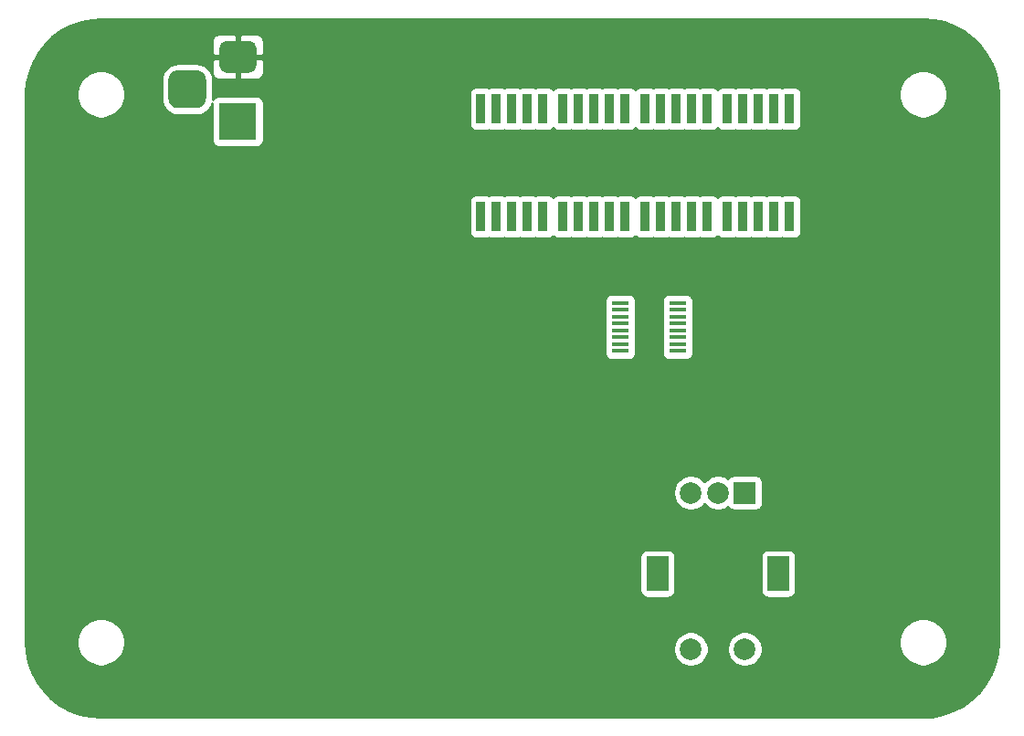
<source format=gbr>
%TF.GenerationSoftware,KiCad,Pcbnew,5.1.8+dfsg1-1+b1*%
%TF.CreationDate,2021-01-25T17:02:13-06:00*%
%TF.ProjectId,fram-prototype,6672616d-2d70-4726-9f74-6f747970652e,1.0.0*%
%TF.SameCoordinates,Original*%
%TF.FileFunction,Copper,L1,Top*%
%TF.FilePolarity,Positive*%
%FSLAX46Y46*%
G04 Gerber Fmt 4.6, Leading zero omitted, Abs format (unit mm)*
G04 Created by KiCad (PCBNEW 5.1.8+dfsg1-1+b1) date 2021-01-25 17:02:13*
%MOMM*%
%LPD*%
G01*
G04 APERTURE LIST*
%TA.AperFunction,SMDPad,CuDef*%
%ADD10R,1.600000X0.410000*%
%TD*%
%TA.AperFunction,SMDPad,CuDef*%
%ADD11R,0.900000X2.800000*%
%TD*%
%TA.AperFunction,ComponentPad*%
%ADD12R,3.500000X3.500000*%
%TD*%
%TA.AperFunction,ComponentPad*%
%ADD13R,2.000000X2.000000*%
%TD*%
%TA.AperFunction,ComponentPad*%
%ADD14C,2.000000*%
%TD*%
%TA.AperFunction,ComponentPad*%
%ADD15R,2.000000X3.200000*%
%TD*%
%TA.AperFunction,Conductor*%
%ADD16C,0.254000*%
%TD*%
%TA.AperFunction,Conductor*%
%ADD17C,0.100000*%
%TD*%
G04 APERTURE END LIST*
D10*
%TO.P,U2,16*%
%TO.N,N/C*%
X116954300Y-82867500D03*
%TO.P,U2,15*%
X116954300Y-83502500D03*
%TO.P,U2,14*%
X116954300Y-84137500D03*
%TO.P,U2,13*%
X116954300Y-84772500D03*
%TO.P,U2,12*%
X116954300Y-85407500D03*
%TO.P,U2,11*%
X116954300Y-86042500D03*
%TO.P,U2,10*%
X116954300Y-86677500D03*
%TO.P,U2,9*%
X116954300Y-87312500D03*
%TO.P,U2,8*%
X111645700Y-87312500D03*
%TO.P,U2,7*%
X111645700Y-86677500D03*
%TO.P,U2,6*%
X111645700Y-86042500D03*
%TO.P,U2,5*%
X111645700Y-85407500D03*
%TO.P,U2,4*%
X111645700Y-84772500D03*
%TO.P,U2,3*%
X111645700Y-84137500D03*
%TO.P,U2,2*%
X111645700Y-83502500D03*
%TO.P,U2,1*%
X111645700Y-82867500D03*
%TD*%
D11*
%TO.P,D4,10*%
%TO.N,N/C*%
X121580000Y-64850000D03*
%TO.P,D4,9*%
X123020000Y-64850000D03*
%TO.P,D4,8*%
X124460000Y-64850000D03*
%TO.P,D4,7*%
X125900000Y-64850000D03*
%TO.P,D4,6*%
X127340000Y-64850000D03*
%TO.P,D4,5*%
X127340000Y-74850000D03*
%TO.P,D4,4*%
X125900000Y-74850000D03*
%TO.P,D4,3*%
X124460000Y-74850000D03*
%TO.P,D4,2*%
X123020000Y-74850000D03*
%TO.P,D4,1*%
X121580000Y-74850000D03*
%TD*%
%TO.P,D3,10*%
%TO.N,N/C*%
X113960000Y-64850000D03*
%TO.P,D3,9*%
X115400000Y-64850000D03*
%TO.P,D3,8*%
X116840000Y-64850000D03*
%TO.P,D3,7*%
X118280000Y-64850000D03*
%TO.P,D3,6*%
X119720000Y-64850000D03*
%TO.P,D3,5*%
X119720000Y-74850000D03*
%TO.P,D3,4*%
X118280000Y-74850000D03*
%TO.P,D3,3*%
X116840000Y-74850000D03*
%TO.P,D3,2*%
X115400000Y-74850000D03*
%TO.P,D3,1*%
X113960000Y-74850000D03*
%TD*%
%TO.P,D2,10*%
%TO.N,N/C*%
X106340000Y-64850000D03*
%TO.P,D2,9*%
X107780000Y-64850000D03*
%TO.P,D2,8*%
X109220000Y-64850000D03*
%TO.P,D2,7*%
X110660000Y-64850000D03*
%TO.P,D2,6*%
X112100000Y-64850000D03*
%TO.P,D2,5*%
X112100000Y-74850000D03*
%TO.P,D2,4*%
X110660000Y-74850000D03*
%TO.P,D2,3*%
X109220000Y-74850000D03*
%TO.P,D2,2*%
X107780000Y-74850000D03*
%TO.P,D2,1*%
X106340000Y-74850000D03*
%TD*%
%TO.P,D1,10*%
%TO.N,N/C*%
X98720000Y-64850000D03*
%TO.P,D1,9*%
X100160000Y-64850000D03*
%TO.P,D1,8*%
X101600000Y-64850000D03*
%TO.P,D1,7*%
X103040000Y-64850000D03*
%TO.P,D1,6*%
X104480000Y-64850000D03*
%TO.P,D1,5*%
X104480000Y-74850000D03*
%TO.P,D1,4*%
X103040000Y-74850000D03*
%TO.P,D1,3*%
X101600000Y-74850000D03*
%TO.P,D1,2*%
X100160000Y-74850000D03*
%TO.P,D1,1*%
X98720000Y-74850000D03*
%TD*%
%TO.P,J1,3*%
%TO.N,N/C*%
%TA.AperFunction,ComponentPad*%
G36*
G01*
X70625000Y-61290000D02*
X72375000Y-61290000D01*
G75*
G02*
X73250000Y-62165000I0J-875000D01*
G01*
X73250000Y-63915000D01*
G75*
G02*
X72375000Y-64790000I-875000J0D01*
G01*
X70625000Y-64790000D01*
G75*
G02*
X69750000Y-63915000I0J875000D01*
G01*
X69750000Y-62165000D01*
G75*
G02*
X70625000Y-61290000I875000J0D01*
G01*
G37*
%TD.AperFunction*%
%TO.P,J1,2*%
%TO.N,GND*%
%TA.AperFunction,ComponentPad*%
G36*
G01*
X75200000Y-58540000D02*
X77200000Y-58540000D01*
G75*
G02*
X77950000Y-59290000I0J-750000D01*
G01*
X77950000Y-60790000D01*
G75*
G02*
X77200000Y-61540000I-750000J0D01*
G01*
X75200000Y-61540000D01*
G75*
G02*
X74450000Y-60790000I0J750000D01*
G01*
X74450000Y-59290000D01*
G75*
G02*
X75200000Y-58540000I750000J0D01*
G01*
G37*
%TD.AperFunction*%
D12*
%TO.P,J1,1*%
%TO.N,N/C*%
X76200000Y-66040000D03*
%TD*%
D13*
%TO.P,SW1,A*%
%TO.N,N/C*%
X123190000Y-100450000D03*
D14*
%TO.P,SW1,C*%
X120690000Y-100450000D03*
%TO.P,SW1,B*%
X118190000Y-100450000D03*
D15*
%TO.P,SW1,MP*%
X126290000Y-107950000D03*
X115090000Y-107950000D03*
D14*
%TO.P,SW1,S2*%
X123190000Y-114950000D03*
%TO.P,SW1,S1*%
X118190000Y-114950000D03*
%TD*%
D16*
%TO.N,GND*%
X140704470Y-56614617D02*
X141687898Y-56831739D01*
X142629675Y-57188546D01*
X143510095Y-57677575D01*
X144310687Y-58288569D01*
X145014694Y-59008732D01*
X145607370Y-59822987D01*
X146076296Y-60714269D01*
X146411647Y-61663900D01*
X146607127Y-62655692D01*
X146660000Y-63520164D01*
X146660001Y-114276080D01*
X146585382Y-115304470D01*
X146368262Y-116287896D01*
X146011454Y-117229675D01*
X145522424Y-118110095D01*
X144911435Y-118910684D01*
X144191268Y-119614694D01*
X143377013Y-120207370D01*
X142485731Y-120676296D01*
X141536099Y-121011647D01*
X140544309Y-121207127D01*
X139679835Y-121260000D01*
X63523906Y-121260000D01*
X62495530Y-121185382D01*
X61512104Y-120968262D01*
X60570325Y-120611454D01*
X59689905Y-120122424D01*
X58889316Y-119511435D01*
X58185306Y-118791268D01*
X57592630Y-117977013D01*
X57123704Y-117085731D01*
X56788353Y-116136099D01*
X56592873Y-115144309D01*
X56540000Y-114279835D01*
X56540000Y-114079872D01*
X61265000Y-114079872D01*
X61265000Y-114520128D01*
X61350890Y-114951925D01*
X61519369Y-115358669D01*
X61763962Y-115724729D01*
X62075271Y-116036038D01*
X62441331Y-116280631D01*
X62848075Y-116449110D01*
X63279872Y-116535000D01*
X63720128Y-116535000D01*
X64151925Y-116449110D01*
X64558669Y-116280631D01*
X64924729Y-116036038D01*
X65236038Y-115724729D01*
X65480631Y-115358669D01*
X65649110Y-114951925D01*
X65681524Y-114788967D01*
X116555000Y-114788967D01*
X116555000Y-115111033D01*
X116617832Y-115426912D01*
X116741082Y-115724463D01*
X116920013Y-115992252D01*
X117147748Y-116219987D01*
X117415537Y-116398918D01*
X117713088Y-116522168D01*
X118028967Y-116585000D01*
X118351033Y-116585000D01*
X118666912Y-116522168D01*
X118964463Y-116398918D01*
X119232252Y-116219987D01*
X119459987Y-115992252D01*
X119638918Y-115724463D01*
X119762168Y-115426912D01*
X119825000Y-115111033D01*
X119825000Y-114788967D01*
X121555000Y-114788967D01*
X121555000Y-115111033D01*
X121617832Y-115426912D01*
X121741082Y-115724463D01*
X121920013Y-115992252D01*
X122147748Y-116219987D01*
X122415537Y-116398918D01*
X122713088Y-116522168D01*
X123028967Y-116585000D01*
X123351033Y-116585000D01*
X123666912Y-116522168D01*
X123964463Y-116398918D01*
X124232252Y-116219987D01*
X124459987Y-115992252D01*
X124638918Y-115724463D01*
X124762168Y-115426912D01*
X124825000Y-115111033D01*
X124825000Y-114788967D01*
X124762168Y-114473088D01*
X124638918Y-114175537D01*
X124574997Y-114079872D01*
X137465000Y-114079872D01*
X137465000Y-114520128D01*
X137550890Y-114951925D01*
X137719369Y-115358669D01*
X137963962Y-115724729D01*
X138275271Y-116036038D01*
X138641331Y-116280631D01*
X139048075Y-116449110D01*
X139479872Y-116535000D01*
X139920128Y-116535000D01*
X140351925Y-116449110D01*
X140758669Y-116280631D01*
X141124729Y-116036038D01*
X141436038Y-115724729D01*
X141680631Y-115358669D01*
X141849110Y-114951925D01*
X141935000Y-114520128D01*
X141935000Y-114079872D01*
X141849110Y-113648075D01*
X141680631Y-113241331D01*
X141436038Y-112875271D01*
X141124729Y-112563962D01*
X140758669Y-112319369D01*
X140351925Y-112150890D01*
X139920128Y-112065000D01*
X139479872Y-112065000D01*
X139048075Y-112150890D01*
X138641331Y-112319369D01*
X138275271Y-112563962D01*
X137963962Y-112875271D01*
X137719369Y-113241331D01*
X137550890Y-113648075D01*
X137465000Y-114079872D01*
X124574997Y-114079872D01*
X124459987Y-113907748D01*
X124232252Y-113680013D01*
X123964463Y-113501082D01*
X123666912Y-113377832D01*
X123351033Y-113315000D01*
X123028967Y-113315000D01*
X122713088Y-113377832D01*
X122415537Y-113501082D01*
X122147748Y-113680013D01*
X121920013Y-113907748D01*
X121741082Y-114175537D01*
X121617832Y-114473088D01*
X121555000Y-114788967D01*
X119825000Y-114788967D01*
X119762168Y-114473088D01*
X119638918Y-114175537D01*
X119459987Y-113907748D01*
X119232252Y-113680013D01*
X118964463Y-113501082D01*
X118666912Y-113377832D01*
X118351033Y-113315000D01*
X118028967Y-113315000D01*
X117713088Y-113377832D01*
X117415537Y-113501082D01*
X117147748Y-113680013D01*
X116920013Y-113907748D01*
X116741082Y-114175537D01*
X116617832Y-114473088D01*
X116555000Y-114788967D01*
X65681524Y-114788967D01*
X65735000Y-114520128D01*
X65735000Y-114079872D01*
X65649110Y-113648075D01*
X65480631Y-113241331D01*
X65236038Y-112875271D01*
X64924729Y-112563962D01*
X64558669Y-112319369D01*
X64151925Y-112150890D01*
X63720128Y-112065000D01*
X63279872Y-112065000D01*
X62848075Y-112150890D01*
X62441331Y-112319369D01*
X62075271Y-112563962D01*
X61763962Y-112875271D01*
X61519369Y-113241331D01*
X61350890Y-113648075D01*
X61265000Y-114079872D01*
X56540000Y-114079872D01*
X56540000Y-106350000D01*
X113451928Y-106350000D01*
X113451928Y-109550000D01*
X113464188Y-109674482D01*
X113500498Y-109794180D01*
X113559463Y-109904494D01*
X113638815Y-110001185D01*
X113735506Y-110080537D01*
X113845820Y-110139502D01*
X113965518Y-110175812D01*
X114090000Y-110188072D01*
X116090000Y-110188072D01*
X116214482Y-110175812D01*
X116334180Y-110139502D01*
X116444494Y-110080537D01*
X116541185Y-110001185D01*
X116620537Y-109904494D01*
X116679502Y-109794180D01*
X116715812Y-109674482D01*
X116728072Y-109550000D01*
X116728072Y-106350000D01*
X124651928Y-106350000D01*
X124651928Y-109550000D01*
X124664188Y-109674482D01*
X124700498Y-109794180D01*
X124759463Y-109904494D01*
X124838815Y-110001185D01*
X124935506Y-110080537D01*
X125045820Y-110139502D01*
X125165518Y-110175812D01*
X125290000Y-110188072D01*
X127290000Y-110188072D01*
X127414482Y-110175812D01*
X127534180Y-110139502D01*
X127644494Y-110080537D01*
X127741185Y-110001185D01*
X127820537Y-109904494D01*
X127879502Y-109794180D01*
X127915812Y-109674482D01*
X127928072Y-109550000D01*
X127928072Y-106350000D01*
X127915812Y-106225518D01*
X127879502Y-106105820D01*
X127820537Y-105995506D01*
X127741185Y-105898815D01*
X127644494Y-105819463D01*
X127534180Y-105760498D01*
X127414482Y-105724188D01*
X127290000Y-105711928D01*
X125290000Y-105711928D01*
X125165518Y-105724188D01*
X125045820Y-105760498D01*
X124935506Y-105819463D01*
X124838815Y-105898815D01*
X124759463Y-105995506D01*
X124700498Y-106105820D01*
X124664188Y-106225518D01*
X124651928Y-106350000D01*
X116728072Y-106350000D01*
X116715812Y-106225518D01*
X116679502Y-106105820D01*
X116620537Y-105995506D01*
X116541185Y-105898815D01*
X116444494Y-105819463D01*
X116334180Y-105760498D01*
X116214482Y-105724188D01*
X116090000Y-105711928D01*
X114090000Y-105711928D01*
X113965518Y-105724188D01*
X113845820Y-105760498D01*
X113735506Y-105819463D01*
X113638815Y-105898815D01*
X113559463Y-105995506D01*
X113500498Y-106105820D01*
X113464188Y-106225518D01*
X113451928Y-106350000D01*
X56540000Y-106350000D01*
X56540000Y-100288967D01*
X116555000Y-100288967D01*
X116555000Y-100611033D01*
X116617832Y-100926912D01*
X116741082Y-101224463D01*
X116920013Y-101492252D01*
X117147748Y-101719987D01*
X117415537Y-101898918D01*
X117713088Y-102022168D01*
X118028967Y-102085000D01*
X118351033Y-102085000D01*
X118666912Y-102022168D01*
X118964463Y-101898918D01*
X119232252Y-101719987D01*
X119440000Y-101512239D01*
X119647748Y-101719987D01*
X119915537Y-101898918D01*
X120213088Y-102022168D01*
X120528967Y-102085000D01*
X120851033Y-102085000D01*
X121166912Y-102022168D01*
X121464463Y-101898918D01*
X121645335Y-101778063D01*
X121659463Y-101804494D01*
X121738815Y-101901185D01*
X121835506Y-101980537D01*
X121945820Y-102039502D01*
X122065518Y-102075812D01*
X122190000Y-102088072D01*
X124190000Y-102088072D01*
X124314482Y-102075812D01*
X124434180Y-102039502D01*
X124544494Y-101980537D01*
X124641185Y-101901185D01*
X124720537Y-101804494D01*
X124779502Y-101694180D01*
X124815812Y-101574482D01*
X124828072Y-101450000D01*
X124828072Y-99450000D01*
X124815812Y-99325518D01*
X124779502Y-99205820D01*
X124720537Y-99095506D01*
X124641185Y-98998815D01*
X124544494Y-98919463D01*
X124434180Y-98860498D01*
X124314482Y-98824188D01*
X124190000Y-98811928D01*
X122190000Y-98811928D01*
X122065518Y-98824188D01*
X121945820Y-98860498D01*
X121835506Y-98919463D01*
X121738815Y-98998815D01*
X121659463Y-99095506D01*
X121645335Y-99121937D01*
X121464463Y-99001082D01*
X121166912Y-98877832D01*
X120851033Y-98815000D01*
X120528967Y-98815000D01*
X120213088Y-98877832D01*
X119915537Y-99001082D01*
X119647748Y-99180013D01*
X119440000Y-99387761D01*
X119232252Y-99180013D01*
X118964463Y-99001082D01*
X118666912Y-98877832D01*
X118351033Y-98815000D01*
X118028967Y-98815000D01*
X117713088Y-98877832D01*
X117415537Y-99001082D01*
X117147748Y-99180013D01*
X116920013Y-99407748D01*
X116741082Y-99675537D01*
X116617832Y-99973088D01*
X116555000Y-100288967D01*
X56540000Y-100288967D01*
X56540000Y-82662500D01*
X110207628Y-82662500D01*
X110207628Y-83072500D01*
X110218708Y-83185000D01*
X110207628Y-83297500D01*
X110207628Y-83707500D01*
X110218708Y-83820000D01*
X110207628Y-83932500D01*
X110207628Y-84342500D01*
X110218708Y-84455000D01*
X110207628Y-84567500D01*
X110207628Y-84977500D01*
X110218708Y-85090000D01*
X110207628Y-85202500D01*
X110207628Y-85612500D01*
X110218708Y-85725000D01*
X110207628Y-85837500D01*
X110207628Y-86247500D01*
X110218708Y-86360000D01*
X110207628Y-86472500D01*
X110207628Y-86882500D01*
X110218708Y-86995000D01*
X110207628Y-87107500D01*
X110207628Y-87517500D01*
X110219888Y-87641982D01*
X110256198Y-87761680D01*
X110315163Y-87871994D01*
X110394515Y-87968685D01*
X110491206Y-88048037D01*
X110601520Y-88107002D01*
X110721218Y-88143312D01*
X110845700Y-88155572D01*
X112445700Y-88155572D01*
X112570182Y-88143312D01*
X112689880Y-88107002D01*
X112800194Y-88048037D01*
X112896885Y-87968685D01*
X112976237Y-87871994D01*
X113035202Y-87761680D01*
X113071512Y-87641982D01*
X113083772Y-87517500D01*
X113083772Y-87107500D01*
X113072692Y-86995000D01*
X113083772Y-86882500D01*
X113083772Y-86472500D01*
X113072692Y-86360000D01*
X113083772Y-86247500D01*
X113083772Y-85837500D01*
X113072692Y-85725000D01*
X113083772Y-85612500D01*
X113083772Y-85202500D01*
X113072692Y-85090000D01*
X113083772Y-84977500D01*
X113083772Y-84567500D01*
X113072692Y-84455000D01*
X113083772Y-84342500D01*
X113083772Y-83932500D01*
X113072692Y-83820000D01*
X113083772Y-83707500D01*
X113083772Y-83297500D01*
X113072692Y-83185000D01*
X113083772Y-83072500D01*
X113083772Y-82662500D01*
X115516228Y-82662500D01*
X115516228Y-83072500D01*
X115527308Y-83185000D01*
X115516228Y-83297500D01*
X115516228Y-83707500D01*
X115527308Y-83820000D01*
X115516228Y-83932500D01*
X115516228Y-84342500D01*
X115527308Y-84455000D01*
X115516228Y-84567500D01*
X115516228Y-84977500D01*
X115527308Y-85090000D01*
X115516228Y-85202500D01*
X115516228Y-85612500D01*
X115527308Y-85725000D01*
X115516228Y-85837500D01*
X115516228Y-86247500D01*
X115527308Y-86360000D01*
X115516228Y-86472500D01*
X115516228Y-86882500D01*
X115527308Y-86995000D01*
X115516228Y-87107500D01*
X115516228Y-87517500D01*
X115528488Y-87641982D01*
X115564798Y-87761680D01*
X115623763Y-87871994D01*
X115703115Y-87968685D01*
X115799806Y-88048037D01*
X115910120Y-88107002D01*
X116029818Y-88143312D01*
X116154300Y-88155572D01*
X117754300Y-88155572D01*
X117878782Y-88143312D01*
X117998480Y-88107002D01*
X118108794Y-88048037D01*
X118205485Y-87968685D01*
X118284837Y-87871994D01*
X118343802Y-87761680D01*
X118380112Y-87641982D01*
X118392372Y-87517500D01*
X118392372Y-87107500D01*
X118381292Y-86995000D01*
X118392372Y-86882500D01*
X118392372Y-86472500D01*
X118381292Y-86360000D01*
X118392372Y-86247500D01*
X118392372Y-85837500D01*
X118381292Y-85725000D01*
X118392372Y-85612500D01*
X118392372Y-85202500D01*
X118381292Y-85090000D01*
X118392372Y-84977500D01*
X118392372Y-84567500D01*
X118381292Y-84455000D01*
X118392372Y-84342500D01*
X118392372Y-83932500D01*
X118381292Y-83820000D01*
X118392372Y-83707500D01*
X118392372Y-83297500D01*
X118381292Y-83185000D01*
X118392372Y-83072500D01*
X118392372Y-82662500D01*
X118380112Y-82538018D01*
X118343802Y-82418320D01*
X118284837Y-82308006D01*
X118205485Y-82211315D01*
X118108794Y-82131963D01*
X117998480Y-82072998D01*
X117878782Y-82036688D01*
X117754300Y-82024428D01*
X116154300Y-82024428D01*
X116029818Y-82036688D01*
X115910120Y-82072998D01*
X115799806Y-82131963D01*
X115703115Y-82211315D01*
X115623763Y-82308006D01*
X115564798Y-82418320D01*
X115528488Y-82538018D01*
X115516228Y-82662500D01*
X113083772Y-82662500D01*
X113071512Y-82538018D01*
X113035202Y-82418320D01*
X112976237Y-82308006D01*
X112896885Y-82211315D01*
X112800194Y-82131963D01*
X112689880Y-82072998D01*
X112570182Y-82036688D01*
X112445700Y-82024428D01*
X110845700Y-82024428D01*
X110721218Y-82036688D01*
X110601520Y-82072998D01*
X110491206Y-82131963D01*
X110394515Y-82211315D01*
X110315163Y-82308006D01*
X110256198Y-82418320D01*
X110219888Y-82538018D01*
X110207628Y-82662500D01*
X56540000Y-82662500D01*
X56540000Y-73450000D01*
X97631928Y-73450000D01*
X97631928Y-76250000D01*
X97644188Y-76374482D01*
X97680498Y-76494180D01*
X97739463Y-76604494D01*
X97818815Y-76701185D01*
X97915506Y-76780537D01*
X98025820Y-76839502D01*
X98145518Y-76875812D01*
X98270000Y-76888072D01*
X99170000Y-76888072D01*
X99294482Y-76875812D01*
X99414180Y-76839502D01*
X99440000Y-76825701D01*
X99465820Y-76839502D01*
X99585518Y-76875812D01*
X99710000Y-76888072D01*
X100610000Y-76888072D01*
X100734482Y-76875812D01*
X100854180Y-76839502D01*
X100880000Y-76825701D01*
X100905820Y-76839502D01*
X101025518Y-76875812D01*
X101150000Y-76888072D01*
X102050000Y-76888072D01*
X102174482Y-76875812D01*
X102294180Y-76839502D01*
X102320000Y-76825701D01*
X102345820Y-76839502D01*
X102465518Y-76875812D01*
X102590000Y-76888072D01*
X103490000Y-76888072D01*
X103614482Y-76875812D01*
X103734180Y-76839502D01*
X103760000Y-76825701D01*
X103785820Y-76839502D01*
X103905518Y-76875812D01*
X104030000Y-76888072D01*
X104930000Y-76888072D01*
X105054482Y-76875812D01*
X105174180Y-76839502D01*
X105284494Y-76780537D01*
X105381185Y-76701185D01*
X105410000Y-76666074D01*
X105438815Y-76701185D01*
X105535506Y-76780537D01*
X105645820Y-76839502D01*
X105765518Y-76875812D01*
X105890000Y-76888072D01*
X106790000Y-76888072D01*
X106914482Y-76875812D01*
X107034180Y-76839502D01*
X107060000Y-76825701D01*
X107085820Y-76839502D01*
X107205518Y-76875812D01*
X107330000Y-76888072D01*
X108230000Y-76888072D01*
X108354482Y-76875812D01*
X108474180Y-76839502D01*
X108500000Y-76825701D01*
X108525820Y-76839502D01*
X108645518Y-76875812D01*
X108770000Y-76888072D01*
X109670000Y-76888072D01*
X109794482Y-76875812D01*
X109914180Y-76839502D01*
X109940000Y-76825701D01*
X109965820Y-76839502D01*
X110085518Y-76875812D01*
X110210000Y-76888072D01*
X111110000Y-76888072D01*
X111234482Y-76875812D01*
X111354180Y-76839502D01*
X111380000Y-76825701D01*
X111405820Y-76839502D01*
X111525518Y-76875812D01*
X111650000Y-76888072D01*
X112550000Y-76888072D01*
X112674482Y-76875812D01*
X112794180Y-76839502D01*
X112904494Y-76780537D01*
X113001185Y-76701185D01*
X113030000Y-76666074D01*
X113058815Y-76701185D01*
X113155506Y-76780537D01*
X113265820Y-76839502D01*
X113385518Y-76875812D01*
X113510000Y-76888072D01*
X114410000Y-76888072D01*
X114534482Y-76875812D01*
X114654180Y-76839502D01*
X114680000Y-76825701D01*
X114705820Y-76839502D01*
X114825518Y-76875812D01*
X114950000Y-76888072D01*
X115850000Y-76888072D01*
X115974482Y-76875812D01*
X116094180Y-76839502D01*
X116120000Y-76825701D01*
X116145820Y-76839502D01*
X116265518Y-76875812D01*
X116390000Y-76888072D01*
X117290000Y-76888072D01*
X117414482Y-76875812D01*
X117534180Y-76839502D01*
X117560000Y-76825701D01*
X117585820Y-76839502D01*
X117705518Y-76875812D01*
X117830000Y-76888072D01*
X118730000Y-76888072D01*
X118854482Y-76875812D01*
X118974180Y-76839502D01*
X119000000Y-76825701D01*
X119025820Y-76839502D01*
X119145518Y-76875812D01*
X119270000Y-76888072D01*
X120170000Y-76888072D01*
X120294482Y-76875812D01*
X120414180Y-76839502D01*
X120524494Y-76780537D01*
X120621185Y-76701185D01*
X120650000Y-76666074D01*
X120678815Y-76701185D01*
X120775506Y-76780537D01*
X120885820Y-76839502D01*
X121005518Y-76875812D01*
X121130000Y-76888072D01*
X122030000Y-76888072D01*
X122154482Y-76875812D01*
X122274180Y-76839502D01*
X122300000Y-76825701D01*
X122325820Y-76839502D01*
X122445518Y-76875812D01*
X122570000Y-76888072D01*
X123470000Y-76888072D01*
X123594482Y-76875812D01*
X123714180Y-76839502D01*
X123740000Y-76825701D01*
X123765820Y-76839502D01*
X123885518Y-76875812D01*
X124010000Y-76888072D01*
X124910000Y-76888072D01*
X125034482Y-76875812D01*
X125154180Y-76839502D01*
X125180000Y-76825701D01*
X125205820Y-76839502D01*
X125325518Y-76875812D01*
X125450000Y-76888072D01*
X126350000Y-76888072D01*
X126474482Y-76875812D01*
X126594180Y-76839502D01*
X126620000Y-76825701D01*
X126645820Y-76839502D01*
X126765518Y-76875812D01*
X126890000Y-76888072D01*
X127790000Y-76888072D01*
X127914482Y-76875812D01*
X128034180Y-76839502D01*
X128144494Y-76780537D01*
X128241185Y-76701185D01*
X128320537Y-76604494D01*
X128379502Y-76494180D01*
X128415812Y-76374482D01*
X128428072Y-76250000D01*
X128428072Y-73450000D01*
X128415812Y-73325518D01*
X128379502Y-73205820D01*
X128320537Y-73095506D01*
X128241185Y-72998815D01*
X128144494Y-72919463D01*
X128034180Y-72860498D01*
X127914482Y-72824188D01*
X127790000Y-72811928D01*
X126890000Y-72811928D01*
X126765518Y-72824188D01*
X126645820Y-72860498D01*
X126620000Y-72874299D01*
X126594180Y-72860498D01*
X126474482Y-72824188D01*
X126350000Y-72811928D01*
X125450000Y-72811928D01*
X125325518Y-72824188D01*
X125205820Y-72860498D01*
X125180000Y-72874299D01*
X125154180Y-72860498D01*
X125034482Y-72824188D01*
X124910000Y-72811928D01*
X124010000Y-72811928D01*
X123885518Y-72824188D01*
X123765820Y-72860498D01*
X123740000Y-72874299D01*
X123714180Y-72860498D01*
X123594482Y-72824188D01*
X123470000Y-72811928D01*
X122570000Y-72811928D01*
X122445518Y-72824188D01*
X122325820Y-72860498D01*
X122300000Y-72874299D01*
X122274180Y-72860498D01*
X122154482Y-72824188D01*
X122030000Y-72811928D01*
X121130000Y-72811928D01*
X121005518Y-72824188D01*
X120885820Y-72860498D01*
X120775506Y-72919463D01*
X120678815Y-72998815D01*
X120650000Y-73033926D01*
X120621185Y-72998815D01*
X120524494Y-72919463D01*
X120414180Y-72860498D01*
X120294482Y-72824188D01*
X120170000Y-72811928D01*
X119270000Y-72811928D01*
X119145518Y-72824188D01*
X119025820Y-72860498D01*
X119000000Y-72874299D01*
X118974180Y-72860498D01*
X118854482Y-72824188D01*
X118730000Y-72811928D01*
X117830000Y-72811928D01*
X117705518Y-72824188D01*
X117585820Y-72860498D01*
X117560000Y-72874299D01*
X117534180Y-72860498D01*
X117414482Y-72824188D01*
X117290000Y-72811928D01*
X116390000Y-72811928D01*
X116265518Y-72824188D01*
X116145820Y-72860498D01*
X116120000Y-72874299D01*
X116094180Y-72860498D01*
X115974482Y-72824188D01*
X115850000Y-72811928D01*
X114950000Y-72811928D01*
X114825518Y-72824188D01*
X114705820Y-72860498D01*
X114680000Y-72874299D01*
X114654180Y-72860498D01*
X114534482Y-72824188D01*
X114410000Y-72811928D01*
X113510000Y-72811928D01*
X113385518Y-72824188D01*
X113265820Y-72860498D01*
X113155506Y-72919463D01*
X113058815Y-72998815D01*
X113030000Y-73033926D01*
X113001185Y-72998815D01*
X112904494Y-72919463D01*
X112794180Y-72860498D01*
X112674482Y-72824188D01*
X112550000Y-72811928D01*
X111650000Y-72811928D01*
X111525518Y-72824188D01*
X111405820Y-72860498D01*
X111380000Y-72874299D01*
X111354180Y-72860498D01*
X111234482Y-72824188D01*
X111110000Y-72811928D01*
X110210000Y-72811928D01*
X110085518Y-72824188D01*
X109965820Y-72860498D01*
X109940000Y-72874299D01*
X109914180Y-72860498D01*
X109794482Y-72824188D01*
X109670000Y-72811928D01*
X108770000Y-72811928D01*
X108645518Y-72824188D01*
X108525820Y-72860498D01*
X108500000Y-72874299D01*
X108474180Y-72860498D01*
X108354482Y-72824188D01*
X108230000Y-72811928D01*
X107330000Y-72811928D01*
X107205518Y-72824188D01*
X107085820Y-72860498D01*
X107060000Y-72874299D01*
X107034180Y-72860498D01*
X106914482Y-72824188D01*
X106790000Y-72811928D01*
X105890000Y-72811928D01*
X105765518Y-72824188D01*
X105645820Y-72860498D01*
X105535506Y-72919463D01*
X105438815Y-72998815D01*
X105410000Y-73033926D01*
X105381185Y-72998815D01*
X105284494Y-72919463D01*
X105174180Y-72860498D01*
X105054482Y-72824188D01*
X104930000Y-72811928D01*
X104030000Y-72811928D01*
X103905518Y-72824188D01*
X103785820Y-72860498D01*
X103760000Y-72874299D01*
X103734180Y-72860498D01*
X103614482Y-72824188D01*
X103490000Y-72811928D01*
X102590000Y-72811928D01*
X102465518Y-72824188D01*
X102345820Y-72860498D01*
X102320000Y-72874299D01*
X102294180Y-72860498D01*
X102174482Y-72824188D01*
X102050000Y-72811928D01*
X101150000Y-72811928D01*
X101025518Y-72824188D01*
X100905820Y-72860498D01*
X100880000Y-72874299D01*
X100854180Y-72860498D01*
X100734482Y-72824188D01*
X100610000Y-72811928D01*
X99710000Y-72811928D01*
X99585518Y-72824188D01*
X99465820Y-72860498D01*
X99440000Y-72874299D01*
X99414180Y-72860498D01*
X99294482Y-72824188D01*
X99170000Y-72811928D01*
X98270000Y-72811928D01*
X98145518Y-72824188D01*
X98025820Y-72860498D01*
X97915506Y-72919463D01*
X97818815Y-72998815D01*
X97739463Y-73095506D01*
X97680498Y-73205820D01*
X97644188Y-73325518D01*
X97631928Y-73450000D01*
X56540000Y-73450000D01*
X56540000Y-63523920D01*
X56557707Y-63279872D01*
X61265000Y-63279872D01*
X61265000Y-63720128D01*
X61350890Y-64151925D01*
X61519369Y-64558669D01*
X61763962Y-64924729D01*
X62075271Y-65236038D01*
X62441331Y-65480631D01*
X62848075Y-65649110D01*
X63279872Y-65735000D01*
X63720128Y-65735000D01*
X64151925Y-65649110D01*
X64558669Y-65480631D01*
X64924729Y-65236038D01*
X65236038Y-64924729D01*
X65480631Y-64558669D01*
X65649110Y-64151925D01*
X65735000Y-63720128D01*
X65735000Y-63279872D01*
X65649110Y-62848075D01*
X65480631Y-62441331D01*
X65295993Y-62165000D01*
X69111928Y-62165000D01*
X69111928Y-63915000D01*
X69141001Y-64210186D01*
X69227104Y-64494028D01*
X69366927Y-64755618D01*
X69555097Y-64984903D01*
X69784382Y-65173073D01*
X70045972Y-65312896D01*
X70329814Y-65398999D01*
X70625000Y-65428072D01*
X72375000Y-65428072D01*
X72670186Y-65398999D01*
X72954028Y-65312896D01*
X73215618Y-65173073D01*
X73444903Y-64984903D01*
X73633073Y-64755618D01*
X73772896Y-64494028D01*
X73811928Y-64365357D01*
X73811928Y-67790000D01*
X73824188Y-67914482D01*
X73860498Y-68034180D01*
X73919463Y-68144494D01*
X73998815Y-68241185D01*
X74095506Y-68320537D01*
X74205820Y-68379502D01*
X74325518Y-68415812D01*
X74450000Y-68428072D01*
X77950000Y-68428072D01*
X78074482Y-68415812D01*
X78194180Y-68379502D01*
X78304494Y-68320537D01*
X78401185Y-68241185D01*
X78480537Y-68144494D01*
X78539502Y-68034180D01*
X78575812Y-67914482D01*
X78588072Y-67790000D01*
X78588072Y-64290000D01*
X78575812Y-64165518D01*
X78539502Y-64045820D01*
X78480537Y-63935506D01*
X78401185Y-63838815D01*
X78304494Y-63759463D01*
X78194180Y-63700498D01*
X78074482Y-63664188D01*
X77950000Y-63651928D01*
X74450000Y-63651928D01*
X74325518Y-63664188D01*
X74205820Y-63700498D01*
X74095506Y-63759463D01*
X73998815Y-63838815D01*
X73919463Y-63935506D01*
X73878506Y-64012131D01*
X73888072Y-63915000D01*
X73888072Y-63450000D01*
X97631928Y-63450000D01*
X97631928Y-66250000D01*
X97644188Y-66374482D01*
X97680498Y-66494180D01*
X97739463Y-66604494D01*
X97818815Y-66701185D01*
X97915506Y-66780537D01*
X98025820Y-66839502D01*
X98145518Y-66875812D01*
X98270000Y-66888072D01*
X99170000Y-66888072D01*
X99294482Y-66875812D01*
X99414180Y-66839502D01*
X99440000Y-66825701D01*
X99465820Y-66839502D01*
X99585518Y-66875812D01*
X99710000Y-66888072D01*
X100610000Y-66888072D01*
X100734482Y-66875812D01*
X100854180Y-66839502D01*
X100880000Y-66825701D01*
X100905820Y-66839502D01*
X101025518Y-66875812D01*
X101150000Y-66888072D01*
X102050000Y-66888072D01*
X102174482Y-66875812D01*
X102294180Y-66839502D01*
X102320000Y-66825701D01*
X102345820Y-66839502D01*
X102465518Y-66875812D01*
X102590000Y-66888072D01*
X103490000Y-66888072D01*
X103614482Y-66875812D01*
X103734180Y-66839502D01*
X103760000Y-66825701D01*
X103785820Y-66839502D01*
X103905518Y-66875812D01*
X104030000Y-66888072D01*
X104930000Y-66888072D01*
X105054482Y-66875812D01*
X105174180Y-66839502D01*
X105284494Y-66780537D01*
X105381185Y-66701185D01*
X105410000Y-66666074D01*
X105438815Y-66701185D01*
X105535506Y-66780537D01*
X105645820Y-66839502D01*
X105765518Y-66875812D01*
X105890000Y-66888072D01*
X106790000Y-66888072D01*
X106914482Y-66875812D01*
X107034180Y-66839502D01*
X107060000Y-66825701D01*
X107085820Y-66839502D01*
X107205518Y-66875812D01*
X107330000Y-66888072D01*
X108230000Y-66888072D01*
X108354482Y-66875812D01*
X108474180Y-66839502D01*
X108500000Y-66825701D01*
X108525820Y-66839502D01*
X108645518Y-66875812D01*
X108770000Y-66888072D01*
X109670000Y-66888072D01*
X109794482Y-66875812D01*
X109914180Y-66839502D01*
X109940000Y-66825701D01*
X109965820Y-66839502D01*
X110085518Y-66875812D01*
X110210000Y-66888072D01*
X111110000Y-66888072D01*
X111234482Y-66875812D01*
X111354180Y-66839502D01*
X111380000Y-66825701D01*
X111405820Y-66839502D01*
X111525518Y-66875812D01*
X111650000Y-66888072D01*
X112550000Y-66888072D01*
X112674482Y-66875812D01*
X112794180Y-66839502D01*
X112904494Y-66780537D01*
X113001185Y-66701185D01*
X113030000Y-66666074D01*
X113058815Y-66701185D01*
X113155506Y-66780537D01*
X113265820Y-66839502D01*
X113385518Y-66875812D01*
X113510000Y-66888072D01*
X114410000Y-66888072D01*
X114534482Y-66875812D01*
X114654180Y-66839502D01*
X114680000Y-66825701D01*
X114705820Y-66839502D01*
X114825518Y-66875812D01*
X114950000Y-66888072D01*
X115850000Y-66888072D01*
X115974482Y-66875812D01*
X116094180Y-66839502D01*
X116120000Y-66825701D01*
X116145820Y-66839502D01*
X116265518Y-66875812D01*
X116390000Y-66888072D01*
X117290000Y-66888072D01*
X117414482Y-66875812D01*
X117534180Y-66839502D01*
X117560000Y-66825701D01*
X117585820Y-66839502D01*
X117705518Y-66875812D01*
X117830000Y-66888072D01*
X118730000Y-66888072D01*
X118854482Y-66875812D01*
X118974180Y-66839502D01*
X119000000Y-66825701D01*
X119025820Y-66839502D01*
X119145518Y-66875812D01*
X119270000Y-66888072D01*
X120170000Y-66888072D01*
X120294482Y-66875812D01*
X120414180Y-66839502D01*
X120524494Y-66780537D01*
X120621185Y-66701185D01*
X120650000Y-66666074D01*
X120678815Y-66701185D01*
X120775506Y-66780537D01*
X120885820Y-66839502D01*
X121005518Y-66875812D01*
X121130000Y-66888072D01*
X122030000Y-66888072D01*
X122154482Y-66875812D01*
X122274180Y-66839502D01*
X122300000Y-66825701D01*
X122325820Y-66839502D01*
X122445518Y-66875812D01*
X122570000Y-66888072D01*
X123470000Y-66888072D01*
X123594482Y-66875812D01*
X123714180Y-66839502D01*
X123740000Y-66825701D01*
X123765820Y-66839502D01*
X123885518Y-66875812D01*
X124010000Y-66888072D01*
X124910000Y-66888072D01*
X125034482Y-66875812D01*
X125154180Y-66839502D01*
X125180000Y-66825701D01*
X125205820Y-66839502D01*
X125325518Y-66875812D01*
X125450000Y-66888072D01*
X126350000Y-66888072D01*
X126474482Y-66875812D01*
X126594180Y-66839502D01*
X126620000Y-66825701D01*
X126645820Y-66839502D01*
X126765518Y-66875812D01*
X126890000Y-66888072D01*
X127790000Y-66888072D01*
X127914482Y-66875812D01*
X128034180Y-66839502D01*
X128144494Y-66780537D01*
X128241185Y-66701185D01*
X128320537Y-66604494D01*
X128379502Y-66494180D01*
X128415812Y-66374482D01*
X128428072Y-66250000D01*
X128428072Y-63450000D01*
X128415812Y-63325518D01*
X128401966Y-63279872D01*
X137465000Y-63279872D01*
X137465000Y-63720128D01*
X137550890Y-64151925D01*
X137719369Y-64558669D01*
X137963962Y-64924729D01*
X138275271Y-65236038D01*
X138641331Y-65480631D01*
X139048075Y-65649110D01*
X139479872Y-65735000D01*
X139920128Y-65735000D01*
X140351925Y-65649110D01*
X140758669Y-65480631D01*
X141124729Y-65236038D01*
X141436038Y-64924729D01*
X141680631Y-64558669D01*
X141849110Y-64151925D01*
X141935000Y-63720128D01*
X141935000Y-63279872D01*
X141849110Y-62848075D01*
X141680631Y-62441331D01*
X141436038Y-62075271D01*
X141124729Y-61763962D01*
X140758669Y-61519369D01*
X140351925Y-61350890D01*
X139920128Y-61265000D01*
X139479872Y-61265000D01*
X139048075Y-61350890D01*
X138641331Y-61519369D01*
X138275271Y-61763962D01*
X137963962Y-62075271D01*
X137719369Y-62441331D01*
X137550890Y-62848075D01*
X137465000Y-63279872D01*
X128401966Y-63279872D01*
X128379502Y-63205820D01*
X128320537Y-63095506D01*
X128241185Y-62998815D01*
X128144494Y-62919463D01*
X128034180Y-62860498D01*
X127914482Y-62824188D01*
X127790000Y-62811928D01*
X126890000Y-62811928D01*
X126765518Y-62824188D01*
X126645820Y-62860498D01*
X126620000Y-62874299D01*
X126594180Y-62860498D01*
X126474482Y-62824188D01*
X126350000Y-62811928D01*
X125450000Y-62811928D01*
X125325518Y-62824188D01*
X125205820Y-62860498D01*
X125180000Y-62874299D01*
X125154180Y-62860498D01*
X125034482Y-62824188D01*
X124910000Y-62811928D01*
X124010000Y-62811928D01*
X123885518Y-62824188D01*
X123765820Y-62860498D01*
X123740000Y-62874299D01*
X123714180Y-62860498D01*
X123594482Y-62824188D01*
X123470000Y-62811928D01*
X122570000Y-62811928D01*
X122445518Y-62824188D01*
X122325820Y-62860498D01*
X122300000Y-62874299D01*
X122274180Y-62860498D01*
X122154482Y-62824188D01*
X122030000Y-62811928D01*
X121130000Y-62811928D01*
X121005518Y-62824188D01*
X120885820Y-62860498D01*
X120775506Y-62919463D01*
X120678815Y-62998815D01*
X120650000Y-63033926D01*
X120621185Y-62998815D01*
X120524494Y-62919463D01*
X120414180Y-62860498D01*
X120294482Y-62824188D01*
X120170000Y-62811928D01*
X119270000Y-62811928D01*
X119145518Y-62824188D01*
X119025820Y-62860498D01*
X119000000Y-62874299D01*
X118974180Y-62860498D01*
X118854482Y-62824188D01*
X118730000Y-62811928D01*
X117830000Y-62811928D01*
X117705518Y-62824188D01*
X117585820Y-62860498D01*
X117560000Y-62874299D01*
X117534180Y-62860498D01*
X117414482Y-62824188D01*
X117290000Y-62811928D01*
X116390000Y-62811928D01*
X116265518Y-62824188D01*
X116145820Y-62860498D01*
X116120000Y-62874299D01*
X116094180Y-62860498D01*
X115974482Y-62824188D01*
X115850000Y-62811928D01*
X114950000Y-62811928D01*
X114825518Y-62824188D01*
X114705820Y-62860498D01*
X114680000Y-62874299D01*
X114654180Y-62860498D01*
X114534482Y-62824188D01*
X114410000Y-62811928D01*
X113510000Y-62811928D01*
X113385518Y-62824188D01*
X113265820Y-62860498D01*
X113155506Y-62919463D01*
X113058815Y-62998815D01*
X113030000Y-63033926D01*
X113001185Y-62998815D01*
X112904494Y-62919463D01*
X112794180Y-62860498D01*
X112674482Y-62824188D01*
X112550000Y-62811928D01*
X111650000Y-62811928D01*
X111525518Y-62824188D01*
X111405820Y-62860498D01*
X111380000Y-62874299D01*
X111354180Y-62860498D01*
X111234482Y-62824188D01*
X111110000Y-62811928D01*
X110210000Y-62811928D01*
X110085518Y-62824188D01*
X109965820Y-62860498D01*
X109940000Y-62874299D01*
X109914180Y-62860498D01*
X109794482Y-62824188D01*
X109670000Y-62811928D01*
X108770000Y-62811928D01*
X108645518Y-62824188D01*
X108525820Y-62860498D01*
X108500000Y-62874299D01*
X108474180Y-62860498D01*
X108354482Y-62824188D01*
X108230000Y-62811928D01*
X107330000Y-62811928D01*
X107205518Y-62824188D01*
X107085820Y-62860498D01*
X107060000Y-62874299D01*
X107034180Y-62860498D01*
X106914482Y-62824188D01*
X106790000Y-62811928D01*
X105890000Y-62811928D01*
X105765518Y-62824188D01*
X105645820Y-62860498D01*
X105535506Y-62919463D01*
X105438815Y-62998815D01*
X105410000Y-63033926D01*
X105381185Y-62998815D01*
X105284494Y-62919463D01*
X105174180Y-62860498D01*
X105054482Y-62824188D01*
X104930000Y-62811928D01*
X104030000Y-62811928D01*
X103905518Y-62824188D01*
X103785820Y-62860498D01*
X103760000Y-62874299D01*
X103734180Y-62860498D01*
X103614482Y-62824188D01*
X103490000Y-62811928D01*
X102590000Y-62811928D01*
X102465518Y-62824188D01*
X102345820Y-62860498D01*
X102320000Y-62874299D01*
X102294180Y-62860498D01*
X102174482Y-62824188D01*
X102050000Y-62811928D01*
X101150000Y-62811928D01*
X101025518Y-62824188D01*
X100905820Y-62860498D01*
X100880000Y-62874299D01*
X100854180Y-62860498D01*
X100734482Y-62824188D01*
X100610000Y-62811928D01*
X99710000Y-62811928D01*
X99585518Y-62824188D01*
X99465820Y-62860498D01*
X99440000Y-62874299D01*
X99414180Y-62860498D01*
X99294482Y-62824188D01*
X99170000Y-62811928D01*
X98270000Y-62811928D01*
X98145518Y-62824188D01*
X98025820Y-62860498D01*
X97915506Y-62919463D01*
X97818815Y-62998815D01*
X97739463Y-63095506D01*
X97680498Y-63205820D01*
X97644188Y-63325518D01*
X97631928Y-63450000D01*
X73888072Y-63450000D01*
X73888072Y-62165000D01*
X73858999Y-61869814D01*
X73772896Y-61585972D01*
X73748324Y-61540000D01*
X73811928Y-61540000D01*
X73824188Y-61664482D01*
X73860498Y-61784180D01*
X73919463Y-61894494D01*
X73998815Y-61991185D01*
X74095506Y-62070537D01*
X74205820Y-62129502D01*
X74325518Y-62165812D01*
X74450000Y-62178072D01*
X75914250Y-62175000D01*
X76073000Y-62016250D01*
X76073000Y-60167000D01*
X76327000Y-60167000D01*
X76327000Y-62016250D01*
X76485750Y-62175000D01*
X77950000Y-62178072D01*
X78074482Y-62165812D01*
X78194180Y-62129502D01*
X78304494Y-62070537D01*
X78401185Y-61991185D01*
X78480537Y-61894494D01*
X78539502Y-61784180D01*
X78575812Y-61664482D01*
X78588072Y-61540000D01*
X78585000Y-60325750D01*
X78426250Y-60167000D01*
X76327000Y-60167000D01*
X76073000Y-60167000D01*
X73973750Y-60167000D01*
X73815000Y-60325750D01*
X73811928Y-61540000D01*
X73748324Y-61540000D01*
X73633073Y-61324382D01*
X73444903Y-61095097D01*
X73215618Y-60906927D01*
X72954028Y-60767104D01*
X72670186Y-60681001D01*
X72375000Y-60651928D01*
X70625000Y-60651928D01*
X70329814Y-60681001D01*
X70045972Y-60767104D01*
X69784382Y-60906927D01*
X69555097Y-61095097D01*
X69366927Y-61324382D01*
X69227104Y-61585972D01*
X69141001Y-61869814D01*
X69111928Y-62165000D01*
X65295993Y-62165000D01*
X65236038Y-62075271D01*
X64924729Y-61763962D01*
X64558669Y-61519369D01*
X64151925Y-61350890D01*
X63720128Y-61265000D01*
X63279872Y-61265000D01*
X62848075Y-61350890D01*
X62441331Y-61519369D01*
X62075271Y-61763962D01*
X61763962Y-62075271D01*
X61519369Y-62441331D01*
X61350890Y-62848075D01*
X61265000Y-63279872D01*
X56557707Y-63279872D01*
X56614617Y-62495530D01*
X56831739Y-61512102D01*
X57188546Y-60570325D01*
X57677575Y-59689905D01*
X58288569Y-58889313D01*
X58645898Y-58540000D01*
X73811928Y-58540000D01*
X73815000Y-59754250D01*
X73973750Y-59913000D01*
X76073000Y-59913000D01*
X76073000Y-58063750D01*
X76327000Y-58063750D01*
X76327000Y-59913000D01*
X78426250Y-59913000D01*
X78585000Y-59754250D01*
X78588072Y-58540000D01*
X78575812Y-58415518D01*
X78539502Y-58295820D01*
X78480537Y-58185506D01*
X78401185Y-58088815D01*
X78304494Y-58009463D01*
X78194180Y-57950498D01*
X78074482Y-57914188D01*
X77950000Y-57901928D01*
X76485750Y-57905000D01*
X76327000Y-58063750D01*
X76073000Y-58063750D01*
X75914250Y-57905000D01*
X74450000Y-57901928D01*
X74325518Y-57914188D01*
X74205820Y-57950498D01*
X74095506Y-58009463D01*
X73998815Y-58088815D01*
X73919463Y-58185506D01*
X73860498Y-58295820D01*
X73824188Y-58415518D01*
X73811928Y-58540000D01*
X58645898Y-58540000D01*
X59008732Y-58185306D01*
X59822987Y-57592630D01*
X60714269Y-57123704D01*
X61663900Y-56788353D01*
X62655692Y-56592873D01*
X63520164Y-56540000D01*
X139676080Y-56540000D01*
X140704470Y-56614617D01*
%TA.AperFunction,Conductor*%
D17*
G36*
X140704470Y-56614617D02*
G01*
X141687898Y-56831739D01*
X142629675Y-57188546D01*
X143510095Y-57677575D01*
X144310687Y-58288569D01*
X145014694Y-59008732D01*
X145607370Y-59822987D01*
X146076296Y-60714269D01*
X146411647Y-61663900D01*
X146607127Y-62655692D01*
X146660000Y-63520164D01*
X146660001Y-114276080D01*
X146585382Y-115304470D01*
X146368262Y-116287896D01*
X146011454Y-117229675D01*
X145522424Y-118110095D01*
X144911435Y-118910684D01*
X144191268Y-119614694D01*
X143377013Y-120207370D01*
X142485731Y-120676296D01*
X141536099Y-121011647D01*
X140544309Y-121207127D01*
X139679835Y-121260000D01*
X63523906Y-121260000D01*
X62495530Y-121185382D01*
X61512104Y-120968262D01*
X60570325Y-120611454D01*
X59689905Y-120122424D01*
X58889316Y-119511435D01*
X58185306Y-118791268D01*
X57592630Y-117977013D01*
X57123704Y-117085731D01*
X56788353Y-116136099D01*
X56592873Y-115144309D01*
X56540000Y-114279835D01*
X56540000Y-114079872D01*
X61265000Y-114079872D01*
X61265000Y-114520128D01*
X61350890Y-114951925D01*
X61519369Y-115358669D01*
X61763962Y-115724729D01*
X62075271Y-116036038D01*
X62441331Y-116280631D01*
X62848075Y-116449110D01*
X63279872Y-116535000D01*
X63720128Y-116535000D01*
X64151925Y-116449110D01*
X64558669Y-116280631D01*
X64924729Y-116036038D01*
X65236038Y-115724729D01*
X65480631Y-115358669D01*
X65649110Y-114951925D01*
X65681524Y-114788967D01*
X116555000Y-114788967D01*
X116555000Y-115111033D01*
X116617832Y-115426912D01*
X116741082Y-115724463D01*
X116920013Y-115992252D01*
X117147748Y-116219987D01*
X117415537Y-116398918D01*
X117713088Y-116522168D01*
X118028967Y-116585000D01*
X118351033Y-116585000D01*
X118666912Y-116522168D01*
X118964463Y-116398918D01*
X119232252Y-116219987D01*
X119459987Y-115992252D01*
X119638918Y-115724463D01*
X119762168Y-115426912D01*
X119825000Y-115111033D01*
X119825000Y-114788967D01*
X121555000Y-114788967D01*
X121555000Y-115111033D01*
X121617832Y-115426912D01*
X121741082Y-115724463D01*
X121920013Y-115992252D01*
X122147748Y-116219987D01*
X122415537Y-116398918D01*
X122713088Y-116522168D01*
X123028967Y-116585000D01*
X123351033Y-116585000D01*
X123666912Y-116522168D01*
X123964463Y-116398918D01*
X124232252Y-116219987D01*
X124459987Y-115992252D01*
X124638918Y-115724463D01*
X124762168Y-115426912D01*
X124825000Y-115111033D01*
X124825000Y-114788967D01*
X124762168Y-114473088D01*
X124638918Y-114175537D01*
X124574997Y-114079872D01*
X137465000Y-114079872D01*
X137465000Y-114520128D01*
X137550890Y-114951925D01*
X137719369Y-115358669D01*
X137963962Y-115724729D01*
X138275271Y-116036038D01*
X138641331Y-116280631D01*
X139048075Y-116449110D01*
X139479872Y-116535000D01*
X139920128Y-116535000D01*
X140351925Y-116449110D01*
X140758669Y-116280631D01*
X141124729Y-116036038D01*
X141436038Y-115724729D01*
X141680631Y-115358669D01*
X141849110Y-114951925D01*
X141935000Y-114520128D01*
X141935000Y-114079872D01*
X141849110Y-113648075D01*
X141680631Y-113241331D01*
X141436038Y-112875271D01*
X141124729Y-112563962D01*
X140758669Y-112319369D01*
X140351925Y-112150890D01*
X139920128Y-112065000D01*
X139479872Y-112065000D01*
X139048075Y-112150890D01*
X138641331Y-112319369D01*
X138275271Y-112563962D01*
X137963962Y-112875271D01*
X137719369Y-113241331D01*
X137550890Y-113648075D01*
X137465000Y-114079872D01*
X124574997Y-114079872D01*
X124459987Y-113907748D01*
X124232252Y-113680013D01*
X123964463Y-113501082D01*
X123666912Y-113377832D01*
X123351033Y-113315000D01*
X123028967Y-113315000D01*
X122713088Y-113377832D01*
X122415537Y-113501082D01*
X122147748Y-113680013D01*
X121920013Y-113907748D01*
X121741082Y-114175537D01*
X121617832Y-114473088D01*
X121555000Y-114788967D01*
X119825000Y-114788967D01*
X119762168Y-114473088D01*
X119638918Y-114175537D01*
X119459987Y-113907748D01*
X119232252Y-113680013D01*
X118964463Y-113501082D01*
X118666912Y-113377832D01*
X118351033Y-113315000D01*
X118028967Y-113315000D01*
X117713088Y-113377832D01*
X117415537Y-113501082D01*
X117147748Y-113680013D01*
X116920013Y-113907748D01*
X116741082Y-114175537D01*
X116617832Y-114473088D01*
X116555000Y-114788967D01*
X65681524Y-114788967D01*
X65735000Y-114520128D01*
X65735000Y-114079872D01*
X65649110Y-113648075D01*
X65480631Y-113241331D01*
X65236038Y-112875271D01*
X64924729Y-112563962D01*
X64558669Y-112319369D01*
X64151925Y-112150890D01*
X63720128Y-112065000D01*
X63279872Y-112065000D01*
X62848075Y-112150890D01*
X62441331Y-112319369D01*
X62075271Y-112563962D01*
X61763962Y-112875271D01*
X61519369Y-113241331D01*
X61350890Y-113648075D01*
X61265000Y-114079872D01*
X56540000Y-114079872D01*
X56540000Y-106350000D01*
X113451928Y-106350000D01*
X113451928Y-109550000D01*
X113464188Y-109674482D01*
X113500498Y-109794180D01*
X113559463Y-109904494D01*
X113638815Y-110001185D01*
X113735506Y-110080537D01*
X113845820Y-110139502D01*
X113965518Y-110175812D01*
X114090000Y-110188072D01*
X116090000Y-110188072D01*
X116214482Y-110175812D01*
X116334180Y-110139502D01*
X116444494Y-110080537D01*
X116541185Y-110001185D01*
X116620537Y-109904494D01*
X116679502Y-109794180D01*
X116715812Y-109674482D01*
X116728072Y-109550000D01*
X116728072Y-106350000D01*
X124651928Y-106350000D01*
X124651928Y-109550000D01*
X124664188Y-109674482D01*
X124700498Y-109794180D01*
X124759463Y-109904494D01*
X124838815Y-110001185D01*
X124935506Y-110080537D01*
X125045820Y-110139502D01*
X125165518Y-110175812D01*
X125290000Y-110188072D01*
X127290000Y-110188072D01*
X127414482Y-110175812D01*
X127534180Y-110139502D01*
X127644494Y-110080537D01*
X127741185Y-110001185D01*
X127820537Y-109904494D01*
X127879502Y-109794180D01*
X127915812Y-109674482D01*
X127928072Y-109550000D01*
X127928072Y-106350000D01*
X127915812Y-106225518D01*
X127879502Y-106105820D01*
X127820537Y-105995506D01*
X127741185Y-105898815D01*
X127644494Y-105819463D01*
X127534180Y-105760498D01*
X127414482Y-105724188D01*
X127290000Y-105711928D01*
X125290000Y-105711928D01*
X125165518Y-105724188D01*
X125045820Y-105760498D01*
X124935506Y-105819463D01*
X124838815Y-105898815D01*
X124759463Y-105995506D01*
X124700498Y-106105820D01*
X124664188Y-106225518D01*
X124651928Y-106350000D01*
X116728072Y-106350000D01*
X116715812Y-106225518D01*
X116679502Y-106105820D01*
X116620537Y-105995506D01*
X116541185Y-105898815D01*
X116444494Y-105819463D01*
X116334180Y-105760498D01*
X116214482Y-105724188D01*
X116090000Y-105711928D01*
X114090000Y-105711928D01*
X113965518Y-105724188D01*
X113845820Y-105760498D01*
X113735506Y-105819463D01*
X113638815Y-105898815D01*
X113559463Y-105995506D01*
X113500498Y-106105820D01*
X113464188Y-106225518D01*
X113451928Y-106350000D01*
X56540000Y-106350000D01*
X56540000Y-100288967D01*
X116555000Y-100288967D01*
X116555000Y-100611033D01*
X116617832Y-100926912D01*
X116741082Y-101224463D01*
X116920013Y-101492252D01*
X117147748Y-101719987D01*
X117415537Y-101898918D01*
X117713088Y-102022168D01*
X118028967Y-102085000D01*
X118351033Y-102085000D01*
X118666912Y-102022168D01*
X118964463Y-101898918D01*
X119232252Y-101719987D01*
X119440000Y-101512239D01*
X119647748Y-101719987D01*
X119915537Y-101898918D01*
X120213088Y-102022168D01*
X120528967Y-102085000D01*
X120851033Y-102085000D01*
X121166912Y-102022168D01*
X121464463Y-101898918D01*
X121645335Y-101778063D01*
X121659463Y-101804494D01*
X121738815Y-101901185D01*
X121835506Y-101980537D01*
X121945820Y-102039502D01*
X122065518Y-102075812D01*
X122190000Y-102088072D01*
X124190000Y-102088072D01*
X124314482Y-102075812D01*
X124434180Y-102039502D01*
X124544494Y-101980537D01*
X124641185Y-101901185D01*
X124720537Y-101804494D01*
X124779502Y-101694180D01*
X124815812Y-101574482D01*
X124828072Y-101450000D01*
X124828072Y-99450000D01*
X124815812Y-99325518D01*
X124779502Y-99205820D01*
X124720537Y-99095506D01*
X124641185Y-98998815D01*
X124544494Y-98919463D01*
X124434180Y-98860498D01*
X124314482Y-98824188D01*
X124190000Y-98811928D01*
X122190000Y-98811928D01*
X122065518Y-98824188D01*
X121945820Y-98860498D01*
X121835506Y-98919463D01*
X121738815Y-98998815D01*
X121659463Y-99095506D01*
X121645335Y-99121937D01*
X121464463Y-99001082D01*
X121166912Y-98877832D01*
X120851033Y-98815000D01*
X120528967Y-98815000D01*
X120213088Y-98877832D01*
X119915537Y-99001082D01*
X119647748Y-99180013D01*
X119440000Y-99387761D01*
X119232252Y-99180013D01*
X118964463Y-99001082D01*
X118666912Y-98877832D01*
X118351033Y-98815000D01*
X118028967Y-98815000D01*
X117713088Y-98877832D01*
X117415537Y-99001082D01*
X117147748Y-99180013D01*
X116920013Y-99407748D01*
X116741082Y-99675537D01*
X116617832Y-99973088D01*
X116555000Y-100288967D01*
X56540000Y-100288967D01*
X56540000Y-82662500D01*
X110207628Y-82662500D01*
X110207628Y-83072500D01*
X110218708Y-83185000D01*
X110207628Y-83297500D01*
X110207628Y-83707500D01*
X110218708Y-83820000D01*
X110207628Y-83932500D01*
X110207628Y-84342500D01*
X110218708Y-84455000D01*
X110207628Y-84567500D01*
X110207628Y-84977500D01*
X110218708Y-85090000D01*
X110207628Y-85202500D01*
X110207628Y-85612500D01*
X110218708Y-85725000D01*
X110207628Y-85837500D01*
X110207628Y-86247500D01*
X110218708Y-86360000D01*
X110207628Y-86472500D01*
X110207628Y-86882500D01*
X110218708Y-86995000D01*
X110207628Y-87107500D01*
X110207628Y-87517500D01*
X110219888Y-87641982D01*
X110256198Y-87761680D01*
X110315163Y-87871994D01*
X110394515Y-87968685D01*
X110491206Y-88048037D01*
X110601520Y-88107002D01*
X110721218Y-88143312D01*
X110845700Y-88155572D01*
X112445700Y-88155572D01*
X112570182Y-88143312D01*
X112689880Y-88107002D01*
X112800194Y-88048037D01*
X112896885Y-87968685D01*
X112976237Y-87871994D01*
X113035202Y-87761680D01*
X113071512Y-87641982D01*
X113083772Y-87517500D01*
X113083772Y-87107500D01*
X113072692Y-86995000D01*
X113083772Y-86882500D01*
X113083772Y-86472500D01*
X113072692Y-86360000D01*
X113083772Y-86247500D01*
X113083772Y-85837500D01*
X113072692Y-85725000D01*
X113083772Y-85612500D01*
X113083772Y-85202500D01*
X113072692Y-85090000D01*
X113083772Y-84977500D01*
X113083772Y-84567500D01*
X113072692Y-84455000D01*
X113083772Y-84342500D01*
X113083772Y-83932500D01*
X113072692Y-83820000D01*
X113083772Y-83707500D01*
X113083772Y-83297500D01*
X113072692Y-83185000D01*
X113083772Y-83072500D01*
X113083772Y-82662500D01*
X115516228Y-82662500D01*
X115516228Y-83072500D01*
X115527308Y-83185000D01*
X115516228Y-83297500D01*
X115516228Y-83707500D01*
X115527308Y-83820000D01*
X115516228Y-83932500D01*
X115516228Y-84342500D01*
X115527308Y-84455000D01*
X115516228Y-84567500D01*
X115516228Y-84977500D01*
X115527308Y-85090000D01*
X115516228Y-85202500D01*
X115516228Y-85612500D01*
X115527308Y-85725000D01*
X115516228Y-85837500D01*
X115516228Y-86247500D01*
X115527308Y-86360000D01*
X115516228Y-86472500D01*
X115516228Y-86882500D01*
X115527308Y-86995000D01*
X115516228Y-87107500D01*
X115516228Y-87517500D01*
X115528488Y-87641982D01*
X115564798Y-87761680D01*
X115623763Y-87871994D01*
X115703115Y-87968685D01*
X115799806Y-88048037D01*
X115910120Y-88107002D01*
X116029818Y-88143312D01*
X116154300Y-88155572D01*
X117754300Y-88155572D01*
X117878782Y-88143312D01*
X117998480Y-88107002D01*
X118108794Y-88048037D01*
X118205485Y-87968685D01*
X118284837Y-87871994D01*
X118343802Y-87761680D01*
X118380112Y-87641982D01*
X118392372Y-87517500D01*
X118392372Y-87107500D01*
X118381292Y-86995000D01*
X118392372Y-86882500D01*
X118392372Y-86472500D01*
X118381292Y-86360000D01*
X118392372Y-86247500D01*
X118392372Y-85837500D01*
X118381292Y-85725000D01*
X118392372Y-85612500D01*
X118392372Y-85202500D01*
X118381292Y-85090000D01*
X118392372Y-84977500D01*
X118392372Y-84567500D01*
X118381292Y-84455000D01*
X118392372Y-84342500D01*
X118392372Y-83932500D01*
X118381292Y-83820000D01*
X118392372Y-83707500D01*
X118392372Y-83297500D01*
X118381292Y-83185000D01*
X118392372Y-83072500D01*
X118392372Y-82662500D01*
X118380112Y-82538018D01*
X118343802Y-82418320D01*
X118284837Y-82308006D01*
X118205485Y-82211315D01*
X118108794Y-82131963D01*
X117998480Y-82072998D01*
X117878782Y-82036688D01*
X117754300Y-82024428D01*
X116154300Y-82024428D01*
X116029818Y-82036688D01*
X115910120Y-82072998D01*
X115799806Y-82131963D01*
X115703115Y-82211315D01*
X115623763Y-82308006D01*
X115564798Y-82418320D01*
X115528488Y-82538018D01*
X115516228Y-82662500D01*
X113083772Y-82662500D01*
X113071512Y-82538018D01*
X113035202Y-82418320D01*
X112976237Y-82308006D01*
X112896885Y-82211315D01*
X112800194Y-82131963D01*
X112689880Y-82072998D01*
X112570182Y-82036688D01*
X112445700Y-82024428D01*
X110845700Y-82024428D01*
X110721218Y-82036688D01*
X110601520Y-82072998D01*
X110491206Y-82131963D01*
X110394515Y-82211315D01*
X110315163Y-82308006D01*
X110256198Y-82418320D01*
X110219888Y-82538018D01*
X110207628Y-82662500D01*
X56540000Y-82662500D01*
X56540000Y-73450000D01*
X97631928Y-73450000D01*
X97631928Y-76250000D01*
X97644188Y-76374482D01*
X97680498Y-76494180D01*
X97739463Y-76604494D01*
X97818815Y-76701185D01*
X97915506Y-76780537D01*
X98025820Y-76839502D01*
X98145518Y-76875812D01*
X98270000Y-76888072D01*
X99170000Y-76888072D01*
X99294482Y-76875812D01*
X99414180Y-76839502D01*
X99440000Y-76825701D01*
X99465820Y-76839502D01*
X99585518Y-76875812D01*
X99710000Y-76888072D01*
X100610000Y-76888072D01*
X100734482Y-76875812D01*
X100854180Y-76839502D01*
X100880000Y-76825701D01*
X100905820Y-76839502D01*
X101025518Y-76875812D01*
X101150000Y-76888072D01*
X102050000Y-76888072D01*
X102174482Y-76875812D01*
X102294180Y-76839502D01*
X102320000Y-76825701D01*
X102345820Y-76839502D01*
X102465518Y-76875812D01*
X102590000Y-76888072D01*
X103490000Y-76888072D01*
X103614482Y-76875812D01*
X103734180Y-76839502D01*
X103760000Y-76825701D01*
X103785820Y-76839502D01*
X103905518Y-76875812D01*
X104030000Y-76888072D01*
X104930000Y-76888072D01*
X105054482Y-76875812D01*
X105174180Y-76839502D01*
X105284494Y-76780537D01*
X105381185Y-76701185D01*
X105410000Y-76666074D01*
X105438815Y-76701185D01*
X105535506Y-76780537D01*
X105645820Y-76839502D01*
X105765518Y-76875812D01*
X105890000Y-76888072D01*
X106790000Y-76888072D01*
X106914482Y-76875812D01*
X107034180Y-76839502D01*
X107060000Y-76825701D01*
X107085820Y-76839502D01*
X107205518Y-76875812D01*
X107330000Y-76888072D01*
X108230000Y-76888072D01*
X108354482Y-76875812D01*
X108474180Y-76839502D01*
X108500000Y-76825701D01*
X108525820Y-76839502D01*
X108645518Y-76875812D01*
X108770000Y-76888072D01*
X109670000Y-76888072D01*
X109794482Y-76875812D01*
X109914180Y-76839502D01*
X109940000Y-76825701D01*
X109965820Y-76839502D01*
X110085518Y-76875812D01*
X110210000Y-76888072D01*
X111110000Y-76888072D01*
X111234482Y-76875812D01*
X111354180Y-76839502D01*
X111380000Y-76825701D01*
X111405820Y-76839502D01*
X111525518Y-76875812D01*
X111650000Y-76888072D01*
X112550000Y-76888072D01*
X112674482Y-76875812D01*
X112794180Y-76839502D01*
X112904494Y-76780537D01*
X113001185Y-76701185D01*
X113030000Y-76666074D01*
X113058815Y-76701185D01*
X113155506Y-76780537D01*
X113265820Y-76839502D01*
X113385518Y-76875812D01*
X113510000Y-76888072D01*
X114410000Y-76888072D01*
X114534482Y-76875812D01*
X114654180Y-76839502D01*
X114680000Y-76825701D01*
X114705820Y-76839502D01*
X114825518Y-76875812D01*
X114950000Y-76888072D01*
X115850000Y-76888072D01*
X115974482Y-76875812D01*
X116094180Y-76839502D01*
X116120000Y-76825701D01*
X116145820Y-76839502D01*
X116265518Y-76875812D01*
X116390000Y-76888072D01*
X117290000Y-76888072D01*
X117414482Y-76875812D01*
X117534180Y-76839502D01*
X117560000Y-76825701D01*
X117585820Y-76839502D01*
X117705518Y-76875812D01*
X117830000Y-76888072D01*
X118730000Y-76888072D01*
X118854482Y-76875812D01*
X118974180Y-76839502D01*
X119000000Y-76825701D01*
X119025820Y-76839502D01*
X119145518Y-76875812D01*
X119270000Y-76888072D01*
X120170000Y-76888072D01*
X120294482Y-76875812D01*
X120414180Y-76839502D01*
X120524494Y-76780537D01*
X120621185Y-76701185D01*
X120650000Y-76666074D01*
X120678815Y-76701185D01*
X120775506Y-76780537D01*
X120885820Y-76839502D01*
X121005518Y-76875812D01*
X121130000Y-76888072D01*
X122030000Y-76888072D01*
X122154482Y-76875812D01*
X122274180Y-76839502D01*
X122300000Y-76825701D01*
X122325820Y-76839502D01*
X122445518Y-76875812D01*
X122570000Y-76888072D01*
X123470000Y-76888072D01*
X123594482Y-76875812D01*
X123714180Y-76839502D01*
X123740000Y-76825701D01*
X123765820Y-76839502D01*
X123885518Y-76875812D01*
X124010000Y-76888072D01*
X124910000Y-76888072D01*
X125034482Y-76875812D01*
X125154180Y-76839502D01*
X125180000Y-76825701D01*
X125205820Y-76839502D01*
X125325518Y-76875812D01*
X125450000Y-76888072D01*
X126350000Y-76888072D01*
X126474482Y-76875812D01*
X126594180Y-76839502D01*
X126620000Y-76825701D01*
X126645820Y-76839502D01*
X126765518Y-76875812D01*
X126890000Y-76888072D01*
X127790000Y-76888072D01*
X127914482Y-76875812D01*
X128034180Y-76839502D01*
X128144494Y-76780537D01*
X128241185Y-76701185D01*
X128320537Y-76604494D01*
X128379502Y-76494180D01*
X128415812Y-76374482D01*
X128428072Y-76250000D01*
X128428072Y-73450000D01*
X128415812Y-73325518D01*
X128379502Y-73205820D01*
X128320537Y-73095506D01*
X128241185Y-72998815D01*
X128144494Y-72919463D01*
X128034180Y-72860498D01*
X127914482Y-72824188D01*
X127790000Y-72811928D01*
X126890000Y-72811928D01*
X126765518Y-72824188D01*
X126645820Y-72860498D01*
X126620000Y-72874299D01*
X126594180Y-72860498D01*
X126474482Y-72824188D01*
X126350000Y-72811928D01*
X125450000Y-72811928D01*
X125325518Y-72824188D01*
X125205820Y-72860498D01*
X125180000Y-72874299D01*
X125154180Y-72860498D01*
X125034482Y-72824188D01*
X124910000Y-72811928D01*
X124010000Y-72811928D01*
X123885518Y-72824188D01*
X123765820Y-72860498D01*
X123740000Y-72874299D01*
X123714180Y-72860498D01*
X123594482Y-72824188D01*
X123470000Y-72811928D01*
X122570000Y-72811928D01*
X122445518Y-72824188D01*
X122325820Y-72860498D01*
X122300000Y-72874299D01*
X122274180Y-72860498D01*
X122154482Y-72824188D01*
X122030000Y-72811928D01*
X121130000Y-72811928D01*
X121005518Y-72824188D01*
X120885820Y-72860498D01*
X120775506Y-72919463D01*
X120678815Y-72998815D01*
X120650000Y-73033926D01*
X120621185Y-72998815D01*
X120524494Y-72919463D01*
X120414180Y-72860498D01*
X120294482Y-72824188D01*
X120170000Y-72811928D01*
X119270000Y-72811928D01*
X119145518Y-72824188D01*
X119025820Y-72860498D01*
X119000000Y-72874299D01*
X118974180Y-72860498D01*
X118854482Y-72824188D01*
X118730000Y-72811928D01*
X117830000Y-72811928D01*
X117705518Y-72824188D01*
X117585820Y-72860498D01*
X117560000Y-72874299D01*
X117534180Y-72860498D01*
X117414482Y-72824188D01*
X117290000Y-72811928D01*
X116390000Y-72811928D01*
X116265518Y-72824188D01*
X116145820Y-72860498D01*
X116120000Y-72874299D01*
X116094180Y-72860498D01*
X115974482Y-72824188D01*
X115850000Y-72811928D01*
X114950000Y-72811928D01*
X114825518Y-72824188D01*
X114705820Y-72860498D01*
X114680000Y-72874299D01*
X114654180Y-72860498D01*
X114534482Y-72824188D01*
X114410000Y-72811928D01*
X113510000Y-72811928D01*
X113385518Y-72824188D01*
X113265820Y-72860498D01*
X113155506Y-72919463D01*
X113058815Y-72998815D01*
X113030000Y-73033926D01*
X113001185Y-72998815D01*
X112904494Y-72919463D01*
X112794180Y-72860498D01*
X112674482Y-72824188D01*
X112550000Y-72811928D01*
X111650000Y-72811928D01*
X111525518Y-72824188D01*
X111405820Y-72860498D01*
X111380000Y-72874299D01*
X111354180Y-72860498D01*
X111234482Y-72824188D01*
X111110000Y-72811928D01*
X110210000Y-72811928D01*
X110085518Y-72824188D01*
X109965820Y-72860498D01*
X109940000Y-72874299D01*
X109914180Y-72860498D01*
X109794482Y-72824188D01*
X109670000Y-72811928D01*
X108770000Y-72811928D01*
X108645518Y-72824188D01*
X108525820Y-72860498D01*
X108500000Y-72874299D01*
X108474180Y-72860498D01*
X108354482Y-72824188D01*
X108230000Y-72811928D01*
X107330000Y-72811928D01*
X107205518Y-72824188D01*
X107085820Y-72860498D01*
X107060000Y-72874299D01*
X107034180Y-72860498D01*
X106914482Y-72824188D01*
X106790000Y-72811928D01*
X105890000Y-72811928D01*
X105765518Y-72824188D01*
X105645820Y-72860498D01*
X105535506Y-72919463D01*
X105438815Y-72998815D01*
X105410000Y-73033926D01*
X105381185Y-72998815D01*
X105284494Y-72919463D01*
X105174180Y-72860498D01*
X105054482Y-72824188D01*
X104930000Y-72811928D01*
X104030000Y-72811928D01*
X103905518Y-72824188D01*
X103785820Y-72860498D01*
X103760000Y-72874299D01*
X103734180Y-72860498D01*
X103614482Y-72824188D01*
X103490000Y-72811928D01*
X102590000Y-72811928D01*
X102465518Y-72824188D01*
X102345820Y-72860498D01*
X102320000Y-72874299D01*
X102294180Y-72860498D01*
X102174482Y-72824188D01*
X102050000Y-72811928D01*
X101150000Y-72811928D01*
X101025518Y-72824188D01*
X100905820Y-72860498D01*
X100880000Y-72874299D01*
X100854180Y-72860498D01*
X100734482Y-72824188D01*
X100610000Y-72811928D01*
X99710000Y-72811928D01*
X99585518Y-72824188D01*
X99465820Y-72860498D01*
X99440000Y-72874299D01*
X99414180Y-72860498D01*
X99294482Y-72824188D01*
X99170000Y-72811928D01*
X98270000Y-72811928D01*
X98145518Y-72824188D01*
X98025820Y-72860498D01*
X97915506Y-72919463D01*
X97818815Y-72998815D01*
X97739463Y-73095506D01*
X97680498Y-73205820D01*
X97644188Y-73325518D01*
X97631928Y-73450000D01*
X56540000Y-73450000D01*
X56540000Y-63523920D01*
X56557707Y-63279872D01*
X61265000Y-63279872D01*
X61265000Y-63720128D01*
X61350890Y-64151925D01*
X61519369Y-64558669D01*
X61763962Y-64924729D01*
X62075271Y-65236038D01*
X62441331Y-65480631D01*
X62848075Y-65649110D01*
X63279872Y-65735000D01*
X63720128Y-65735000D01*
X64151925Y-65649110D01*
X64558669Y-65480631D01*
X64924729Y-65236038D01*
X65236038Y-64924729D01*
X65480631Y-64558669D01*
X65649110Y-64151925D01*
X65735000Y-63720128D01*
X65735000Y-63279872D01*
X65649110Y-62848075D01*
X65480631Y-62441331D01*
X65295993Y-62165000D01*
X69111928Y-62165000D01*
X69111928Y-63915000D01*
X69141001Y-64210186D01*
X69227104Y-64494028D01*
X69366927Y-64755618D01*
X69555097Y-64984903D01*
X69784382Y-65173073D01*
X70045972Y-65312896D01*
X70329814Y-65398999D01*
X70625000Y-65428072D01*
X72375000Y-65428072D01*
X72670186Y-65398999D01*
X72954028Y-65312896D01*
X73215618Y-65173073D01*
X73444903Y-64984903D01*
X73633073Y-64755618D01*
X73772896Y-64494028D01*
X73811928Y-64365357D01*
X73811928Y-67790000D01*
X73824188Y-67914482D01*
X73860498Y-68034180D01*
X73919463Y-68144494D01*
X73998815Y-68241185D01*
X74095506Y-68320537D01*
X74205820Y-68379502D01*
X74325518Y-68415812D01*
X74450000Y-68428072D01*
X77950000Y-68428072D01*
X78074482Y-68415812D01*
X78194180Y-68379502D01*
X78304494Y-68320537D01*
X78401185Y-68241185D01*
X78480537Y-68144494D01*
X78539502Y-68034180D01*
X78575812Y-67914482D01*
X78588072Y-67790000D01*
X78588072Y-64290000D01*
X78575812Y-64165518D01*
X78539502Y-64045820D01*
X78480537Y-63935506D01*
X78401185Y-63838815D01*
X78304494Y-63759463D01*
X78194180Y-63700498D01*
X78074482Y-63664188D01*
X77950000Y-63651928D01*
X74450000Y-63651928D01*
X74325518Y-63664188D01*
X74205820Y-63700498D01*
X74095506Y-63759463D01*
X73998815Y-63838815D01*
X73919463Y-63935506D01*
X73878506Y-64012131D01*
X73888072Y-63915000D01*
X73888072Y-63450000D01*
X97631928Y-63450000D01*
X97631928Y-66250000D01*
X97644188Y-66374482D01*
X97680498Y-66494180D01*
X97739463Y-66604494D01*
X97818815Y-66701185D01*
X97915506Y-66780537D01*
X98025820Y-66839502D01*
X98145518Y-66875812D01*
X98270000Y-66888072D01*
X99170000Y-66888072D01*
X99294482Y-66875812D01*
X99414180Y-66839502D01*
X99440000Y-66825701D01*
X99465820Y-66839502D01*
X99585518Y-66875812D01*
X99710000Y-66888072D01*
X100610000Y-66888072D01*
X100734482Y-66875812D01*
X100854180Y-66839502D01*
X100880000Y-66825701D01*
X100905820Y-66839502D01*
X101025518Y-66875812D01*
X101150000Y-66888072D01*
X102050000Y-66888072D01*
X102174482Y-66875812D01*
X102294180Y-66839502D01*
X102320000Y-66825701D01*
X102345820Y-66839502D01*
X102465518Y-66875812D01*
X102590000Y-66888072D01*
X103490000Y-66888072D01*
X103614482Y-66875812D01*
X103734180Y-66839502D01*
X103760000Y-66825701D01*
X103785820Y-66839502D01*
X103905518Y-66875812D01*
X104030000Y-66888072D01*
X104930000Y-66888072D01*
X105054482Y-66875812D01*
X105174180Y-66839502D01*
X105284494Y-66780537D01*
X105381185Y-66701185D01*
X105410000Y-66666074D01*
X105438815Y-66701185D01*
X105535506Y-66780537D01*
X105645820Y-66839502D01*
X105765518Y-66875812D01*
X105890000Y-66888072D01*
X106790000Y-66888072D01*
X106914482Y-66875812D01*
X107034180Y-66839502D01*
X107060000Y-66825701D01*
X107085820Y-66839502D01*
X107205518Y-66875812D01*
X107330000Y-66888072D01*
X108230000Y-66888072D01*
X108354482Y-66875812D01*
X108474180Y-66839502D01*
X108500000Y-66825701D01*
X108525820Y-66839502D01*
X108645518Y-66875812D01*
X108770000Y-66888072D01*
X109670000Y-66888072D01*
X109794482Y-66875812D01*
X109914180Y-66839502D01*
X109940000Y-66825701D01*
X109965820Y-66839502D01*
X110085518Y-66875812D01*
X110210000Y-66888072D01*
X111110000Y-66888072D01*
X111234482Y-66875812D01*
X111354180Y-66839502D01*
X111380000Y-66825701D01*
X111405820Y-66839502D01*
X111525518Y-66875812D01*
X111650000Y-66888072D01*
X112550000Y-66888072D01*
X112674482Y-66875812D01*
X112794180Y-66839502D01*
X112904494Y-66780537D01*
X113001185Y-66701185D01*
X113030000Y-66666074D01*
X113058815Y-66701185D01*
X113155506Y-66780537D01*
X113265820Y-66839502D01*
X113385518Y-66875812D01*
X113510000Y-66888072D01*
X114410000Y-66888072D01*
X114534482Y-66875812D01*
X114654180Y-66839502D01*
X114680000Y-66825701D01*
X114705820Y-66839502D01*
X114825518Y-66875812D01*
X114950000Y-66888072D01*
X115850000Y-66888072D01*
X115974482Y-66875812D01*
X116094180Y-66839502D01*
X116120000Y-66825701D01*
X116145820Y-66839502D01*
X116265518Y-66875812D01*
X116390000Y-66888072D01*
X117290000Y-66888072D01*
X117414482Y-66875812D01*
X117534180Y-66839502D01*
X117560000Y-66825701D01*
X117585820Y-66839502D01*
X117705518Y-66875812D01*
X117830000Y-66888072D01*
X118730000Y-66888072D01*
X118854482Y-66875812D01*
X118974180Y-66839502D01*
X119000000Y-66825701D01*
X119025820Y-66839502D01*
X119145518Y-66875812D01*
X119270000Y-66888072D01*
X120170000Y-66888072D01*
X120294482Y-66875812D01*
X120414180Y-66839502D01*
X120524494Y-66780537D01*
X120621185Y-66701185D01*
X120650000Y-66666074D01*
X120678815Y-66701185D01*
X120775506Y-66780537D01*
X120885820Y-66839502D01*
X121005518Y-66875812D01*
X121130000Y-66888072D01*
X122030000Y-66888072D01*
X122154482Y-66875812D01*
X122274180Y-66839502D01*
X122300000Y-66825701D01*
X122325820Y-66839502D01*
X122445518Y-66875812D01*
X122570000Y-66888072D01*
X123470000Y-66888072D01*
X123594482Y-66875812D01*
X123714180Y-66839502D01*
X123740000Y-66825701D01*
X123765820Y-66839502D01*
X123885518Y-66875812D01*
X124010000Y-66888072D01*
X124910000Y-66888072D01*
X125034482Y-66875812D01*
X125154180Y-66839502D01*
X125180000Y-66825701D01*
X125205820Y-66839502D01*
X125325518Y-66875812D01*
X125450000Y-66888072D01*
X126350000Y-66888072D01*
X126474482Y-66875812D01*
X126594180Y-66839502D01*
X126620000Y-66825701D01*
X126645820Y-66839502D01*
X126765518Y-66875812D01*
X126890000Y-66888072D01*
X127790000Y-66888072D01*
X127914482Y-66875812D01*
X128034180Y-66839502D01*
X128144494Y-66780537D01*
X128241185Y-66701185D01*
X128320537Y-66604494D01*
X128379502Y-66494180D01*
X128415812Y-66374482D01*
X128428072Y-66250000D01*
X128428072Y-63450000D01*
X128415812Y-63325518D01*
X128401966Y-63279872D01*
X137465000Y-63279872D01*
X137465000Y-63720128D01*
X137550890Y-64151925D01*
X137719369Y-64558669D01*
X137963962Y-64924729D01*
X138275271Y-65236038D01*
X138641331Y-65480631D01*
X139048075Y-65649110D01*
X139479872Y-65735000D01*
X139920128Y-65735000D01*
X140351925Y-65649110D01*
X140758669Y-65480631D01*
X141124729Y-65236038D01*
X141436038Y-64924729D01*
X141680631Y-64558669D01*
X141849110Y-64151925D01*
X141935000Y-63720128D01*
X141935000Y-63279872D01*
X141849110Y-62848075D01*
X141680631Y-62441331D01*
X141436038Y-62075271D01*
X141124729Y-61763962D01*
X140758669Y-61519369D01*
X140351925Y-61350890D01*
X139920128Y-61265000D01*
X139479872Y-61265000D01*
X139048075Y-61350890D01*
X138641331Y-61519369D01*
X138275271Y-61763962D01*
X137963962Y-62075271D01*
X137719369Y-62441331D01*
X137550890Y-62848075D01*
X137465000Y-63279872D01*
X128401966Y-63279872D01*
X128379502Y-63205820D01*
X128320537Y-63095506D01*
X128241185Y-62998815D01*
X128144494Y-62919463D01*
X128034180Y-62860498D01*
X127914482Y-62824188D01*
X127790000Y-62811928D01*
X126890000Y-62811928D01*
X126765518Y-62824188D01*
X126645820Y-62860498D01*
X126620000Y-62874299D01*
X126594180Y-62860498D01*
X126474482Y-62824188D01*
X126350000Y-62811928D01*
X125450000Y-62811928D01*
X125325518Y-62824188D01*
X125205820Y-62860498D01*
X125180000Y-62874299D01*
X125154180Y-62860498D01*
X125034482Y-62824188D01*
X124910000Y-62811928D01*
X124010000Y-62811928D01*
X123885518Y-62824188D01*
X123765820Y-62860498D01*
X123740000Y-62874299D01*
X123714180Y-62860498D01*
X123594482Y-62824188D01*
X123470000Y-62811928D01*
X122570000Y-62811928D01*
X122445518Y-62824188D01*
X122325820Y-62860498D01*
X122300000Y-62874299D01*
X122274180Y-62860498D01*
X122154482Y-62824188D01*
X122030000Y-62811928D01*
X121130000Y-62811928D01*
X121005518Y-62824188D01*
X120885820Y-62860498D01*
X120775506Y-62919463D01*
X120678815Y-62998815D01*
X120650000Y-63033926D01*
X120621185Y-62998815D01*
X120524494Y-62919463D01*
X120414180Y-62860498D01*
X120294482Y-62824188D01*
X120170000Y-62811928D01*
X119270000Y-62811928D01*
X119145518Y-62824188D01*
X119025820Y-62860498D01*
X119000000Y-62874299D01*
X118974180Y-62860498D01*
X118854482Y-62824188D01*
X118730000Y-62811928D01*
X117830000Y-62811928D01*
X117705518Y-62824188D01*
X117585820Y-62860498D01*
X117560000Y-62874299D01*
X117534180Y-62860498D01*
X117414482Y-62824188D01*
X117290000Y-62811928D01*
X116390000Y-62811928D01*
X116265518Y-62824188D01*
X116145820Y-62860498D01*
X116120000Y-62874299D01*
X116094180Y-62860498D01*
X115974482Y-62824188D01*
X115850000Y-62811928D01*
X114950000Y-62811928D01*
X114825518Y-62824188D01*
X114705820Y-62860498D01*
X114680000Y-62874299D01*
X114654180Y-62860498D01*
X114534482Y-62824188D01*
X114410000Y-62811928D01*
X113510000Y-62811928D01*
X113385518Y-62824188D01*
X113265820Y-62860498D01*
X113155506Y-62919463D01*
X113058815Y-62998815D01*
X113030000Y-63033926D01*
X113001185Y-62998815D01*
X112904494Y-62919463D01*
X112794180Y-62860498D01*
X112674482Y-62824188D01*
X112550000Y-62811928D01*
X111650000Y-62811928D01*
X111525518Y-62824188D01*
X111405820Y-62860498D01*
X111380000Y-62874299D01*
X111354180Y-62860498D01*
X111234482Y-62824188D01*
X111110000Y-62811928D01*
X110210000Y-62811928D01*
X110085518Y-62824188D01*
X109965820Y-62860498D01*
X109940000Y-62874299D01*
X109914180Y-62860498D01*
X109794482Y-62824188D01*
X109670000Y-62811928D01*
X108770000Y-62811928D01*
X108645518Y-62824188D01*
X108525820Y-62860498D01*
X108500000Y-62874299D01*
X108474180Y-62860498D01*
X108354482Y-62824188D01*
X108230000Y-62811928D01*
X107330000Y-62811928D01*
X107205518Y-62824188D01*
X107085820Y-62860498D01*
X107060000Y-62874299D01*
X107034180Y-62860498D01*
X106914482Y-62824188D01*
X106790000Y-62811928D01*
X105890000Y-62811928D01*
X105765518Y-62824188D01*
X105645820Y-62860498D01*
X105535506Y-62919463D01*
X105438815Y-62998815D01*
X105410000Y-63033926D01*
X105381185Y-62998815D01*
X105284494Y-62919463D01*
X105174180Y-62860498D01*
X105054482Y-62824188D01*
X104930000Y-62811928D01*
X104030000Y-62811928D01*
X103905518Y-62824188D01*
X103785820Y-62860498D01*
X103760000Y-62874299D01*
X103734180Y-62860498D01*
X103614482Y-62824188D01*
X103490000Y-62811928D01*
X102590000Y-62811928D01*
X102465518Y-62824188D01*
X102345820Y-62860498D01*
X102320000Y-62874299D01*
X102294180Y-62860498D01*
X102174482Y-62824188D01*
X102050000Y-62811928D01*
X101150000Y-62811928D01*
X101025518Y-62824188D01*
X100905820Y-62860498D01*
X100880000Y-62874299D01*
X100854180Y-62860498D01*
X100734482Y-62824188D01*
X100610000Y-62811928D01*
X99710000Y-62811928D01*
X99585518Y-62824188D01*
X99465820Y-62860498D01*
X99440000Y-62874299D01*
X99414180Y-62860498D01*
X99294482Y-62824188D01*
X99170000Y-62811928D01*
X98270000Y-62811928D01*
X98145518Y-62824188D01*
X98025820Y-62860498D01*
X97915506Y-62919463D01*
X97818815Y-62998815D01*
X97739463Y-63095506D01*
X97680498Y-63205820D01*
X97644188Y-63325518D01*
X97631928Y-63450000D01*
X73888072Y-63450000D01*
X73888072Y-62165000D01*
X73858999Y-61869814D01*
X73772896Y-61585972D01*
X73748324Y-61540000D01*
X73811928Y-61540000D01*
X73824188Y-61664482D01*
X73860498Y-61784180D01*
X73919463Y-61894494D01*
X73998815Y-61991185D01*
X74095506Y-62070537D01*
X74205820Y-62129502D01*
X74325518Y-62165812D01*
X74450000Y-62178072D01*
X75914250Y-62175000D01*
X76073000Y-62016250D01*
X76073000Y-60167000D01*
X76327000Y-60167000D01*
X76327000Y-62016250D01*
X76485750Y-62175000D01*
X77950000Y-62178072D01*
X78074482Y-62165812D01*
X78194180Y-62129502D01*
X78304494Y-62070537D01*
X78401185Y-61991185D01*
X78480537Y-61894494D01*
X78539502Y-61784180D01*
X78575812Y-61664482D01*
X78588072Y-61540000D01*
X78585000Y-60325750D01*
X78426250Y-60167000D01*
X76327000Y-60167000D01*
X76073000Y-60167000D01*
X73973750Y-60167000D01*
X73815000Y-60325750D01*
X73811928Y-61540000D01*
X73748324Y-61540000D01*
X73633073Y-61324382D01*
X73444903Y-61095097D01*
X73215618Y-60906927D01*
X72954028Y-60767104D01*
X72670186Y-60681001D01*
X72375000Y-60651928D01*
X70625000Y-60651928D01*
X70329814Y-60681001D01*
X70045972Y-60767104D01*
X69784382Y-60906927D01*
X69555097Y-61095097D01*
X69366927Y-61324382D01*
X69227104Y-61585972D01*
X69141001Y-61869814D01*
X69111928Y-62165000D01*
X65295993Y-62165000D01*
X65236038Y-62075271D01*
X64924729Y-61763962D01*
X64558669Y-61519369D01*
X64151925Y-61350890D01*
X63720128Y-61265000D01*
X63279872Y-61265000D01*
X62848075Y-61350890D01*
X62441331Y-61519369D01*
X62075271Y-61763962D01*
X61763962Y-62075271D01*
X61519369Y-62441331D01*
X61350890Y-62848075D01*
X61265000Y-63279872D01*
X56557707Y-63279872D01*
X56614617Y-62495530D01*
X56831739Y-61512102D01*
X57188546Y-60570325D01*
X57677575Y-59689905D01*
X58288569Y-58889313D01*
X58645898Y-58540000D01*
X73811928Y-58540000D01*
X73815000Y-59754250D01*
X73973750Y-59913000D01*
X76073000Y-59913000D01*
X76073000Y-58063750D01*
X76327000Y-58063750D01*
X76327000Y-59913000D01*
X78426250Y-59913000D01*
X78585000Y-59754250D01*
X78588072Y-58540000D01*
X78575812Y-58415518D01*
X78539502Y-58295820D01*
X78480537Y-58185506D01*
X78401185Y-58088815D01*
X78304494Y-58009463D01*
X78194180Y-57950498D01*
X78074482Y-57914188D01*
X77950000Y-57901928D01*
X76485750Y-57905000D01*
X76327000Y-58063750D01*
X76073000Y-58063750D01*
X75914250Y-57905000D01*
X74450000Y-57901928D01*
X74325518Y-57914188D01*
X74205820Y-57950498D01*
X74095506Y-58009463D01*
X73998815Y-58088815D01*
X73919463Y-58185506D01*
X73860498Y-58295820D01*
X73824188Y-58415518D01*
X73811928Y-58540000D01*
X58645898Y-58540000D01*
X59008732Y-58185306D01*
X59822987Y-57592630D01*
X60714269Y-57123704D01*
X61663900Y-56788353D01*
X62655692Y-56592873D01*
X63520164Y-56540000D01*
X139676080Y-56540000D01*
X140704470Y-56614617D01*
G37*
%TD.AperFunction*%
%TD*%
M02*

</source>
